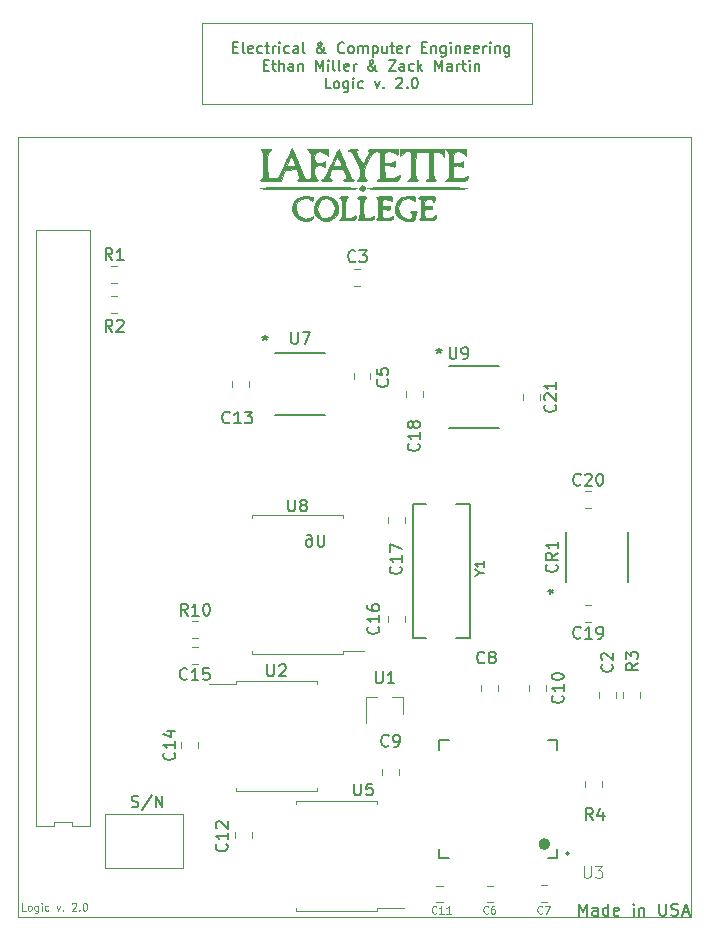
<source format=gbr>
%TF.GenerationSoftware,KiCad,Pcbnew,(5.1.6)-1*%
%TF.CreationDate,2021-04-27T14:55:35-04:00*%
%TF.ProjectId,Logic,4c6f6769-632e-46b6-9963-61645f706362,rev?*%
%TF.SameCoordinates,Original*%
%TF.FileFunction,Legend,Top*%
%TF.FilePolarity,Positive*%
%FSLAX46Y46*%
G04 Gerber Fmt 4.6, Leading zero omitted, Abs format (unit mm)*
G04 Created by KiCad (PCBNEW (5.1.6)-1) date 2021-04-27 14:55:35*
%MOMM*%
%LPD*%
G01*
G04 APERTURE LIST*
%ADD10C,0.095250*%
%ADD11C,0.150000*%
%ADD12C,0.120000*%
%ADD13C,0.127000*%
%ADD14C,0.010000*%
%ADD15C,0.200000*%
%ADD16C,0.500000*%
%ADD17C,0.152400*%
%ADD18C,0.015000*%
G04 APERTURE END LIST*
D10*
X171555833Y-114841261D02*
X171253452Y-114841261D01*
X171253452Y-114206261D01*
X171858214Y-114841261D02*
X171797738Y-114811023D01*
X171767500Y-114780785D01*
X171737261Y-114720309D01*
X171737261Y-114538880D01*
X171767500Y-114478404D01*
X171797738Y-114448166D01*
X171858214Y-114417928D01*
X171948928Y-114417928D01*
X172009404Y-114448166D01*
X172039642Y-114478404D01*
X172069880Y-114538880D01*
X172069880Y-114720309D01*
X172039642Y-114780785D01*
X172009404Y-114811023D01*
X171948928Y-114841261D01*
X171858214Y-114841261D01*
X172614166Y-114417928D02*
X172614166Y-114931976D01*
X172583928Y-114992452D01*
X172553690Y-115022690D01*
X172493214Y-115052928D01*
X172402500Y-115052928D01*
X172342023Y-115022690D01*
X172614166Y-114811023D02*
X172553690Y-114841261D01*
X172432738Y-114841261D01*
X172372261Y-114811023D01*
X172342023Y-114780785D01*
X172311785Y-114720309D01*
X172311785Y-114538880D01*
X172342023Y-114478404D01*
X172372261Y-114448166D01*
X172432738Y-114417928D01*
X172553690Y-114417928D01*
X172614166Y-114448166D01*
X172916547Y-114841261D02*
X172916547Y-114417928D01*
X172916547Y-114206261D02*
X172886309Y-114236500D01*
X172916547Y-114266738D01*
X172946785Y-114236500D01*
X172916547Y-114206261D01*
X172916547Y-114266738D01*
X173491071Y-114811023D02*
X173430595Y-114841261D01*
X173309642Y-114841261D01*
X173249166Y-114811023D01*
X173218928Y-114780785D01*
X173188690Y-114720309D01*
X173188690Y-114538880D01*
X173218928Y-114478404D01*
X173249166Y-114448166D01*
X173309642Y-114417928D01*
X173430595Y-114417928D01*
X173491071Y-114448166D01*
X174186547Y-114417928D02*
X174337738Y-114841261D01*
X174488928Y-114417928D01*
X174730833Y-114780785D02*
X174761071Y-114811023D01*
X174730833Y-114841261D01*
X174700595Y-114811023D01*
X174730833Y-114780785D01*
X174730833Y-114841261D01*
X175486785Y-114266738D02*
X175517023Y-114236500D01*
X175577500Y-114206261D01*
X175728690Y-114206261D01*
X175789166Y-114236500D01*
X175819404Y-114266738D01*
X175849642Y-114327214D01*
X175849642Y-114387690D01*
X175819404Y-114478404D01*
X175456547Y-114841261D01*
X175849642Y-114841261D01*
X176121785Y-114780785D02*
X176152023Y-114811023D01*
X176121785Y-114841261D01*
X176091547Y-114811023D01*
X176121785Y-114780785D01*
X176121785Y-114841261D01*
X176545119Y-114206261D02*
X176605595Y-114206261D01*
X176666071Y-114236500D01*
X176696309Y-114266738D01*
X176726547Y-114327214D01*
X176756785Y-114448166D01*
X176756785Y-114599357D01*
X176726547Y-114720309D01*
X176696309Y-114780785D01*
X176666071Y-114811023D01*
X176605595Y-114841261D01*
X176545119Y-114841261D01*
X176484642Y-114811023D01*
X176454404Y-114780785D01*
X176424166Y-114720309D01*
X176393928Y-114599357D01*
X176393928Y-114448166D01*
X176424166Y-114327214D01*
X176454404Y-114266738D01*
X176484642Y-114236500D01*
X176545119Y-114206261D01*
D11*
X180530666Y-106068761D02*
X180673523Y-106116380D01*
X180911619Y-106116380D01*
X181006857Y-106068761D01*
X181054476Y-106021142D01*
X181102095Y-105925904D01*
X181102095Y-105830666D01*
X181054476Y-105735428D01*
X181006857Y-105687809D01*
X180911619Y-105640190D01*
X180721142Y-105592571D01*
X180625904Y-105544952D01*
X180578285Y-105497333D01*
X180530666Y-105402095D01*
X180530666Y-105306857D01*
X180578285Y-105211619D01*
X180625904Y-105164000D01*
X180721142Y-105116380D01*
X180959238Y-105116380D01*
X181102095Y-105164000D01*
X182244952Y-105068761D02*
X181387809Y-106354476D01*
X182578285Y-106116380D02*
X182578285Y-105116380D01*
X183149714Y-106116380D01*
X183149714Y-105116380D01*
D12*
X184912000Y-106680000D02*
X178308000Y-106680000D01*
X184912000Y-111252000D02*
X184912000Y-106680000D01*
X178308000Y-111252000D02*
X184912000Y-111252000D01*
X178308000Y-106680000D02*
X178308000Y-111252000D01*
D13*
X218391619Y-115267619D02*
X218391619Y-114251619D01*
X218730285Y-114977333D01*
X219068952Y-114251619D01*
X219068952Y-115267619D01*
X219988190Y-115267619D02*
X219988190Y-114735428D01*
X219939809Y-114638666D01*
X219843047Y-114590285D01*
X219649523Y-114590285D01*
X219552761Y-114638666D01*
X219988190Y-115219238D02*
X219891428Y-115267619D01*
X219649523Y-115267619D01*
X219552761Y-115219238D01*
X219504380Y-115122476D01*
X219504380Y-115025714D01*
X219552761Y-114928952D01*
X219649523Y-114880571D01*
X219891428Y-114880571D01*
X219988190Y-114832190D01*
X220907428Y-115267619D02*
X220907428Y-114251619D01*
X220907428Y-115219238D02*
X220810666Y-115267619D01*
X220617142Y-115267619D01*
X220520380Y-115219238D01*
X220472000Y-115170857D01*
X220423619Y-115074095D01*
X220423619Y-114783809D01*
X220472000Y-114687047D01*
X220520380Y-114638666D01*
X220617142Y-114590285D01*
X220810666Y-114590285D01*
X220907428Y-114638666D01*
X221778285Y-115219238D02*
X221681523Y-115267619D01*
X221488000Y-115267619D01*
X221391238Y-115219238D01*
X221342857Y-115122476D01*
X221342857Y-114735428D01*
X221391238Y-114638666D01*
X221488000Y-114590285D01*
X221681523Y-114590285D01*
X221778285Y-114638666D01*
X221826666Y-114735428D01*
X221826666Y-114832190D01*
X221342857Y-114928952D01*
X223036190Y-115267619D02*
X223036190Y-114590285D01*
X223036190Y-114251619D02*
X222987809Y-114300000D01*
X223036190Y-114348380D01*
X223084571Y-114300000D01*
X223036190Y-114251619D01*
X223036190Y-114348380D01*
X223520000Y-114590285D02*
X223520000Y-115267619D01*
X223520000Y-114687047D02*
X223568380Y-114638666D01*
X223665142Y-114590285D01*
X223810285Y-114590285D01*
X223907047Y-114638666D01*
X223955428Y-114735428D01*
X223955428Y-115267619D01*
X225213333Y-114251619D02*
X225213333Y-115074095D01*
X225261714Y-115170857D01*
X225310095Y-115219238D01*
X225406857Y-115267619D01*
X225600380Y-115267619D01*
X225697142Y-115219238D01*
X225745523Y-115170857D01*
X225793904Y-115074095D01*
X225793904Y-114251619D01*
X226229333Y-115219238D02*
X226374476Y-115267619D01*
X226616380Y-115267619D01*
X226713142Y-115219238D01*
X226761523Y-115170857D01*
X226809904Y-115074095D01*
X226809904Y-114977333D01*
X226761523Y-114880571D01*
X226713142Y-114832190D01*
X226616380Y-114783809D01*
X226422857Y-114735428D01*
X226326095Y-114687047D01*
X226277714Y-114638666D01*
X226229333Y-114541904D01*
X226229333Y-114445142D01*
X226277714Y-114348380D01*
X226326095Y-114300000D01*
X226422857Y-114251619D01*
X226664761Y-114251619D01*
X226809904Y-114300000D01*
X227196952Y-114977333D02*
X227680761Y-114977333D01*
X227100190Y-115267619D02*
X227438857Y-114251619D01*
X227777523Y-115267619D01*
D12*
X186512200Y-39674800D02*
X214426800Y-39674800D01*
X214426800Y-46583600D02*
X214426800Y-39700200D01*
X186512200Y-46583600D02*
X214426800Y-46583600D01*
X186512200Y-39674800D02*
X186512200Y-46583600D01*
D11*
X189159228Y-41768114D02*
X189459228Y-41768114D01*
X189587800Y-42239542D02*
X189159228Y-42239542D01*
X189159228Y-41339542D01*
X189587800Y-41339542D01*
X190102085Y-42239542D02*
X190016371Y-42196685D01*
X189973514Y-42110971D01*
X189973514Y-41339542D01*
X190787800Y-42196685D02*
X190702085Y-42239542D01*
X190530657Y-42239542D01*
X190444942Y-42196685D01*
X190402085Y-42110971D01*
X190402085Y-41768114D01*
X190444942Y-41682400D01*
X190530657Y-41639542D01*
X190702085Y-41639542D01*
X190787800Y-41682400D01*
X190830657Y-41768114D01*
X190830657Y-41853828D01*
X190402085Y-41939542D01*
X191602085Y-42196685D02*
X191516371Y-42239542D01*
X191344942Y-42239542D01*
X191259228Y-42196685D01*
X191216371Y-42153828D01*
X191173514Y-42068114D01*
X191173514Y-41810971D01*
X191216371Y-41725257D01*
X191259228Y-41682400D01*
X191344942Y-41639542D01*
X191516371Y-41639542D01*
X191602085Y-41682400D01*
X191859228Y-41639542D02*
X192202085Y-41639542D01*
X191987800Y-41339542D02*
X191987800Y-42110971D01*
X192030657Y-42196685D01*
X192116371Y-42239542D01*
X192202085Y-42239542D01*
X192502085Y-42239542D02*
X192502085Y-41639542D01*
X192502085Y-41810971D02*
X192544942Y-41725257D01*
X192587800Y-41682400D01*
X192673514Y-41639542D01*
X192759228Y-41639542D01*
X193059228Y-42239542D02*
X193059228Y-41639542D01*
X193059228Y-41339542D02*
X193016371Y-41382400D01*
X193059228Y-41425257D01*
X193102085Y-41382400D01*
X193059228Y-41339542D01*
X193059228Y-41425257D01*
X193873514Y-42196685D02*
X193787800Y-42239542D01*
X193616371Y-42239542D01*
X193530657Y-42196685D01*
X193487800Y-42153828D01*
X193444942Y-42068114D01*
X193444942Y-41810971D01*
X193487800Y-41725257D01*
X193530657Y-41682400D01*
X193616371Y-41639542D01*
X193787800Y-41639542D01*
X193873514Y-41682400D01*
X194644942Y-42239542D02*
X194644942Y-41768114D01*
X194602085Y-41682400D01*
X194516371Y-41639542D01*
X194344942Y-41639542D01*
X194259228Y-41682400D01*
X194644942Y-42196685D02*
X194559228Y-42239542D01*
X194344942Y-42239542D01*
X194259228Y-42196685D01*
X194216371Y-42110971D01*
X194216371Y-42025257D01*
X194259228Y-41939542D01*
X194344942Y-41896685D01*
X194559228Y-41896685D01*
X194644942Y-41853828D01*
X195202085Y-42239542D02*
X195116371Y-42196685D01*
X195073514Y-42110971D01*
X195073514Y-41339542D01*
X196959228Y-42239542D02*
X196916371Y-42239542D01*
X196830657Y-42196685D01*
X196702085Y-42068114D01*
X196487800Y-41810971D01*
X196402085Y-41682400D01*
X196359228Y-41553828D01*
X196359228Y-41468114D01*
X196402085Y-41382400D01*
X196487800Y-41339542D01*
X196530657Y-41339542D01*
X196616371Y-41382400D01*
X196659228Y-41468114D01*
X196659228Y-41510971D01*
X196616371Y-41596685D01*
X196573514Y-41639542D01*
X196316371Y-41810971D01*
X196273514Y-41853828D01*
X196230657Y-41939542D01*
X196230657Y-42068114D01*
X196273514Y-42153828D01*
X196316371Y-42196685D01*
X196402085Y-42239542D01*
X196530657Y-42239542D01*
X196616371Y-42196685D01*
X196659228Y-42153828D01*
X196787800Y-41982400D01*
X196830657Y-41853828D01*
X196830657Y-41768114D01*
X198544942Y-42153828D02*
X198502085Y-42196685D01*
X198373514Y-42239542D01*
X198287800Y-42239542D01*
X198159228Y-42196685D01*
X198073514Y-42110971D01*
X198030657Y-42025257D01*
X197987800Y-41853828D01*
X197987800Y-41725257D01*
X198030657Y-41553828D01*
X198073514Y-41468114D01*
X198159228Y-41382400D01*
X198287800Y-41339542D01*
X198373514Y-41339542D01*
X198502085Y-41382400D01*
X198544942Y-41425257D01*
X199059228Y-42239542D02*
X198973514Y-42196685D01*
X198930657Y-42153828D01*
X198887800Y-42068114D01*
X198887800Y-41810971D01*
X198930657Y-41725257D01*
X198973514Y-41682400D01*
X199059228Y-41639542D01*
X199187800Y-41639542D01*
X199273514Y-41682400D01*
X199316371Y-41725257D01*
X199359228Y-41810971D01*
X199359228Y-42068114D01*
X199316371Y-42153828D01*
X199273514Y-42196685D01*
X199187800Y-42239542D01*
X199059228Y-42239542D01*
X199744942Y-42239542D02*
X199744942Y-41639542D01*
X199744942Y-41725257D02*
X199787800Y-41682400D01*
X199873514Y-41639542D01*
X200002085Y-41639542D01*
X200087800Y-41682400D01*
X200130657Y-41768114D01*
X200130657Y-42239542D01*
X200130657Y-41768114D02*
X200173514Y-41682400D01*
X200259228Y-41639542D01*
X200387800Y-41639542D01*
X200473514Y-41682400D01*
X200516371Y-41768114D01*
X200516371Y-42239542D01*
X200944942Y-41639542D02*
X200944942Y-42539542D01*
X200944942Y-41682400D02*
X201030657Y-41639542D01*
X201202085Y-41639542D01*
X201287800Y-41682400D01*
X201330657Y-41725257D01*
X201373514Y-41810971D01*
X201373514Y-42068114D01*
X201330657Y-42153828D01*
X201287800Y-42196685D01*
X201202085Y-42239542D01*
X201030657Y-42239542D01*
X200944942Y-42196685D01*
X202144942Y-41639542D02*
X202144942Y-42239542D01*
X201759228Y-41639542D02*
X201759228Y-42110971D01*
X201802085Y-42196685D01*
X201887800Y-42239542D01*
X202016371Y-42239542D01*
X202102085Y-42196685D01*
X202144942Y-42153828D01*
X202444942Y-41639542D02*
X202787800Y-41639542D01*
X202573514Y-41339542D02*
X202573514Y-42110971D01*
X202616371Y-42196685D01*
X202702085Y-42239542D01*
X202787800Y-42239542D01*
X203430657Y-42196685D02*
X203344942Y-42239542D01*
X203173514Y-42239542D01*
X203087800Y-42196685D01*
X203044942Y-42110971D01*
X203044942Y-41768114D01*
X203087800Y-41682400D01*
X203173514Y-41639542D01*
X203344942Y-41639542D01*
X203430657Y-41682400D01*
X203473514Y-41768114D01*
X203473514Y-41853828D01*
X203044942Y-41939542D01*
X203859228Y-42239542D02*
X203859228Y-41639542D01*
X203859228Y-41810971D02*
X203902085Y-41725257D01*
X203944942Y-41682400D01*
X204030657Y-41639542D01*
X204116371Y-41639542D01*
X205102085Y-41768114D02*
X205402085Y-41768114D01*
X205530657Y-42239542D02*
X205102085Y-42239542D01*
X205102085Y-41339542D01*
X205530657Y-41339542D01*
X205916371Y-41639542D02*
X205916371Y-42239542D01*
X205916371Y-41725257D02*
X205959228Y-41682400D01*
X206044942Y-41639542D01*
X206173514Y-41639542D01*
X206259228Y-41682400D01*
X206302085Y-41768114D01*
X206302085Y-42239542D01*
X207116371Y-41639542D02*
X207116371Y-42368114D01*
X207073514Y-42453828D01*
X207030657Y-42496685D01*
X206944942Y-42539542D01*
X206816371Y-42539542D01*
X206730657Y-42496685D01*
X207116371Y-42196685D02*
X207030657Y-42239542D01*
X206859228Y-42239542D01*
X206773514Y-42196685D01*
X206730657Y-42153828D01*
X206687800Y-42068114D01*
X206687800Y-41810971D01*
X206730657Y-41725257D01*
X206773514Y-41682400D01*
X206859228Y-41639542D01*
X207030657Y-41639542D01*
X207116371Y-41682400D01*
X207544942Y-42239542D02*
X207544942Y-41639542D01*
X207544942Y-41339542D02*
X207502085Y-41382400D01*
X207544942Y-41425257D01*
X207587800Y-41382400D01*
X207544942Y-41339542D01*
X207544942Y-41425257D01*
X207973514Y-41639542D02*
X207973514Y-42239542D01*
X207973514Y-41725257D02*
X208016371Y-41682400D01*
X208102085Y-41639542D01*
X208230657Y-41639542D01*
X208316371Y-41682400D01*
X208359228Y-41768114D01*
X208359228Y-42239542D01*
X209130657Y-42196685D02*
X209044942Y-42239542D01*
X208873514Y-42239542D01*
X208787800Y-42196685D01*
X208744942Y-42110971D01*
X208744942Y-41768114D01*
X208787800Y-41682400D01*
X208873514Y-41639542D01*
X209044942Y-41639542D01*
X209130657Y-41682400D01*
X209173514Y-41768114D01*
X209173514Y-41853828D01*
X208744942Y-41939542D01*
X209902085Y-42196685D02*
X209816371Y-42239542D01*
X209644942Y-42239542D01*
X209559228Y-42196685D01*
X209516371Y-42110971D01*
X209516371Y-41768114D01*
X209559228Y-41682400D01*
X209644942Y-41639542D01*
X209816371Y-41639542D01*
X209902085Y-41682400D01*
X209944942Y-41768114D01*
X209944942Y-41853828D01*
X209516371Y-41939542D01*
X210330657Y-42239542D02*
X210330657Y-41639542D01*
X210330657Y-41810971D02*
X210373514Y-41725257D01*
X210416371Y-41682400D01*
X210502085Y-41639542D01*
X210587800Y-41639542D01*
X210887800Y-42239542D02*
X210887800Y-41639542D01*
X210887800Y-41339542D02*
X210844942Y-41382400D01*
X210887800Y-41425257D01*
X210930657Y-41382400D01*
X210887800Y-41339542D01*
X210887800Y-41425257D01*
X211316371Y-41639542D02*
X211316371Y-42239542D01*
X211316371Y-41725257D02*
X211359228Y-41682400D01*
X211444942Y-41639542D01*
X211573514Y-41639542D01*
X211659228Y-41682400D01*
X211702085Y-41768114D01*
X211702085Y-42239542D01*
X212516371Y-41639542D02*
X212516371Y-42368114D01*
X212473514Y-42453828D01*
X212430657Y-42496685D01*
X212344942Y-42539542D01*
X212216371Y-42539542D01*
X212130657Y-42496685D01*
X212516371Y-42196685D02*
X212430657Y-42239542D01*
X212259228Y-42239542D01*
X212173514Y-42196685D01*
X212130657Y-42153828D01*
X212087800Y-42068114D01*
X212087800Y-41810971D01*
X212130657Y-41725257D01*
X212173514Y-41682400D01*
X212259228Y-41639542D01*
X212430657Y-41639542D01*
X212516371Y-41682400D01*
X191709228Y-43268114D02*
X192009228Y-43268114D01*
X192137800Y-43739542D02*
X191709228Y-43739542D01*
X191709228Y-42839542D01*
X192137800Y-42839542D01*
X192394942Y-43139542D02*
X192737800Y-43139542D01*
X192523514Y-42839542D02*
X192523514Y-43610971D01*
X192566371Y-43696685D01*
X192652085Y-43739542D01*
X192737800Y-43739542D01*
X193037800Y-43739542D02*
X193037800Y-42839542D01*
X193423514Y-43739542D02*
X193423514Y-43268114D01*
X193380657Y-43182400D01*
X193294942Y-43139542D01*
X193166371Y-43139542D01*
X193080657Y-43182400D01*
X193037800Y-43225257D01*
X194237800Y-43739542D02*
X194237800Y-43268114D01*
X194194942Y-43182400D01*
X194109228Y-43139542D01*
X193937800Y-43139542D01*
X193852085Y-43182400D01*
X194237800Y-43696685D02*
X194152085Y-43739542D01*
X193937800Y-43739542D01*
X193852085Y-43696685D01*
X193809228Y-43610971D01*
X193809228Y-43525257D01*
X193852085Y-43439542D01*
X193937800Y-43396685D01*
X194152085Y-43396685D01*
X194237800Y-43353828D01*
X194666371Y-43139542D02*
X194666371Y-43739542D01*
X194666371Y-43225257D02*
X194709228Y-43182400D01*
X194794942Y-43139542D01*
X194923514Y-43139542D01*
X195009228Y-43182400D01*
X195052085Y-43268114D01*
X195052085Y-43739542D01*
X196166371Y-43739542D02*
X196166371Y-42839542D01*
X196466371Y-43482400D01*
X196766371Y-42839542D01*
X196766371Y-43739542D01*
X197194942Y-43739542D02*
X197194942Y-43139542D01*
X197194942Y-42839542D02*
X197152085Y-42882400D01*
X197194942Y-42925257D01*
X197237800Y-42882400D01*
X197194942Y-42839542D01*
X197194942Y-42925257D01*
X197752085Y-43739542D02*
X197666371Y-43696685D01*
X197623514Y-43610971D01*
X197623514Y-42839542D01*
X198223514Y-43739542D02*
X198137800Y-43696685D01*
X198094942Y-43610971D01*
X198094942Y-42839542D01*
X198909228Y-43696685D02*
X198823514Y-43739542D01*
X198652085Y-43739542D01*
X198566371Y-43696685D01*
X198523514Y-43610971D01*
X198523514Y-43268114D01*
X198566371Y-43182400D01*
X198652085Y-43139542D01*
X198823514Y-43139542D01*
X198909228Y-43182400D01*
X198952085Y-43268114D01*
X198952085Y-43353828D01*
X198523514Y-43439542D01*
X199337800Y-43739542D02*
X199337800Y-43139542D01*
X199337800Y-43310971D02*
X199380657Y-43225257D01*
X199423514Y-43182400D01*
X199509228Y-43139542D01*
X199594942Y-43139542D01*
X201309228Y-43739542D02*
X201266371Y-43739542D01*
X201180657Y-43696685D01*
X201052085Y-43568114D01*
X200837800Y-43310971D01*
X200752085Y-43182400D01*
X200709228Y-43053828D01*
X200709228Y-42968114D01*
X200752085Y-42882400D01*
X200837800Y-42839542D01*
X200880657Y-42839542D01*
X200966371Y-42882400D01*
X201009228Y-42968114D01*
X201009228Y-43010971D01*
X200966371Y-43096685D01*
X200923514Y-43139542D01*
X200666371Y-43310971D01*
X200623514Y-43353828D01*
X200580657Y-43439542D01*
X200580657Y-43568114D01*
X200623514Y-43653828D01*
X200666371Y-43696685D01*
X200752085Y-43739542D01*
X200880657Y-43739542D01*
X200966371Y-43696685D01*
X201009228Y-43653828D01*
X201137800Y-43482400D01*
X201180657Y-43353828D01*
X201180657Y-43268114D01*
X202294942Y-42839542D02*
X202894942Y-42839542D01*
X202294942Y-43739542D01*
X202894942Y-43739542D01*
X203623514Y-43739542D02*
X203623514Y-43268114D01*
X203580657Y-43182400D01*
X203494942Y-43139542D01*
X203323514Y-43139542D01*
X203237800Y-43182400D01*
X203623514Y-43696685D02*
X203537800Y-43739542D01*
X203323514Y-43739542D01*
X203237800Y-43696685D01*
X203194942Y-43610971D01*
X203194942Y-43525257D01*
X203237800Y-43439542D01*
X203323514Y-43396685D01*
X203537800Y-43396685D01*
X203623514Y-43353828D01*
X204437800Y-43696685D02*
X204352085Y-43739542D01*
X204180657Y-43739542D01*
X204094942Y-43696685D01*
X204052085Y-43653828D01*
X204009228Y-43568114D01*
X204009228Y-43310971D01*
X204052085Y-43225257D01*
X204094942Y-43182400D01*
X204180657Y-43139542D01*
X204352085Y-43139542D01*
X204437800Y-43182400D01*
X204823514Y-43739542D02*
X204823514Y-42839542D01*
X204909228Y-43396685D02*
X205166371Y-43739542D01*
X205166371Y-43139542D02*
X204823514Y-43482400D01*
X206237800Y-43739542D02*
X206237800Y-42839542D01*
X206537800Y-43482400D01*
X206837800Y-42839542D01*
X206837800Y-43739542D01*
X207652085Y-43739542D02*
X207652085Y-43268114D01*
X207609228Y-43182400D01*
X207523514Y-43139542D01*
X207352085Y-43139542D01*
X207266371Y-43182400D01*
X207652085Y-43696685D02*
X207566371Y-43739542D01*
X207352085Y-43739542D01*
X207266371Y-43696685D01*
X207223514Y-43610971D01*
X207223514Y-43525257D01*
X207266371Y-43439542D01*
X207352085Y-43396685D01*
X207566371Y-43396685D01*
X207652085Y-43353828D01*
X208080657Y-43739542D02*
X208080657Y-43139542D01*
X208080657Y-43310971D02*
X208123514Y-43225257D01*
X208166371Y-43182400D01*
X208252085Y-43139542D01*
X208337800Y-43139542D01*
X208509228Y-43139542D02*
X208852085Y-43139542D01*
X208637800Y-42839542D02*
X208637800Y-43610971D01*
X208680657Y-43696685D01*
X208766371Y-43739542D01*
X208852085Y-43739542D01*
X209152085Y-43739542D02*
X209152085Y-43139542D01*
X209152085Y-42839542D02*
X209109228Y-42882400D01*
X209152085Y-42925257D01*
X209194942Y-42882400D01*
X209152085Y-42839542D01*
X209152085Y-42925257D01*
X209580657Y-43139542D02*
X209580657Y-43739542D01*
X209580657Y-43225257D02*
X209623514Y-43182400D01*
X209709228Y-43139542D01*
X209837800Y-43139542D01*
X209923514Y-43182400D01*
X209966371Y-43268114D01*
X209966371Y-43739542D01*
X197387800Y-45239542D02*
X196959228Y-45239542D01*
X196959228Y-44339542D01*
X197816371Y-45239542D02*
X197730657Y-45196685D01*
X197687800Y-45153828D01*
X197644942Y-45068114D01*
X197644942Y-44810971D01*
X197687800Y-44725257D01*
X197730657Y-44682400D01*
X197816371Y-44639542D01*
X197944942Y-44639542D01*
X198030657Y-44682400D01*
X198073514Y-44725257D01*
X198116371Y-44810971D01*
X198116371Y-45068114D01*
X198073514Y-45153828D01*
X198030657Y-45196685D01*
X197944942Y-45239542D01*
X197816371Y-45239542D01*
X198887800Y-44639542D02*
X198887800Y-45368114D01*
X198844942Y-45453828D01*
X198802085Y-45496685D01*
X198716371Y-45539542D01*
X198587800Y-45539542D01*
X198502085Y-45496685D01*
X198887800Y-45196685D02*
X198802085Y-45239542D01*
X198630657Y-45239542D01*
X198544942Y-45196685D01*
X198502085Y-45153828D01*
X198459228Y-45068114D01*
X198459228Y-44810971D01*
X198502085Y-44725257D01*
X198544942Y-44682400D01*
X198630657Y-44639542D01*
X198802085Y-44639542D01*
X198887800Y-44682400D01*
X199316371Y-45239542D02*
X199316371Y-44639542D01*
X199316371Y-44339542D02*
X199273514Y-44382400D01*
X199316371Y-44425257D01*
X199359228Y-44382400D01*
X199316371Y-44339542D01*
X199316371Y-44425257D01*
X200130657Y-45196685D02*
X200044942Y-45239542D01*
X199873514Y-45239542D01*
X199787800Y-45196685D01*
X199744942Y-45153828D01*
X199702085Y-45068114D01*
X199702085Y-44810971D01*
X199744942Y-44725257D01*
X199787800Y-44682400D01*
X199873514Y-44639542D01*
X200044942Y-44639542D01*
X200130657Y-44682400D01*
X201116371Y-44639542D02*
X201330657Y-45239542D01*
X201544942Y-44639542D01*
X201887800Y-45153828D02*
X201930657Y-45196685D01*
X201887800Y-45239542D01*
X201844942Y-45196685D01*
X201887800Y-45153828D01*
X201887800Y-45239542D01*
X202959228Y-44425257D02*
X203002085Y-44382400D01*
X203087800Y-44339542D01*
X203302085Y-44339542D01*
X203387800Y-44382400D01*
X203430657Y-44425257D01*
X203473514Y-44510971D01*
X203473514Y-44596685D01*
X203430657Y-44725257D01*
X202916371Y-45239542D01*
X203473514Y-45239542D01*
X203859228Y-45153828D02*
X203902085Y-45196685D01*
X203859228Y-45239542D01*
X203816371Y-45196685D01*
X203859228Y-45153828D01*
X203859228Y-45239542D01*
X204459228Y-44339542D02*
X204544942Y-44339542D01*
X204630657Y-44382400D01*
X204673514Y-44425257D01*
X204716371Y-44510971D01*
X204759228Y-44682400D01*
X204759228Y-44896685D01*
X204716371Y-45068114D01*
X204673514Y-45153828D01*
X204630657Y-45196685D01*
X204544942Y-45239542D01*
X204459228Y-45239542D01*
X204373514Y-45196685D01*
X204330657Y-45153828D01*
X204287800Y-45068114D01*
X204244942Y-44896685D01*
X204244942Y-44682400D01*
X204287800Y-44510971D01*
X204330657Y-44425257D01*
X204373514Y-44382400D01*
X204459228Y-44339542D01*
D14*
%TO.C,G\u002A\u002A\u002A*%
G36*
X208872666Y-50961636D02*
G01*
X208664848Y-50753818D01*
X208419956Y-50598203D01*
X208138149Y-50544957D01*
X207891553Y-50607291D01*
X207885514Y-50611046D01*
X207823768Y-50725852D01*
X207775797Y-50948809D01*
X207760897Y-51096583D01*
X207734433Y-51519667D01*
X208039019Y-51545316D01*
X208335128Y-51518812D01*
X208481135Y-51433435D01*
X208571444Y-51358506D01*
X208610096Y-51397883D01*
X208618638Y-51577858D01*
X208618666Y-51601264D01*
X208609726Y-51797825D01*
X208564496Y-51859169D01*
X208455362Y-51819192D01*
X208445421Y-51813906D01*
X208280788Y-51764895D01*
X208072321Y-51748061D01*
X207879525Y-51761411D01*
X207761901Y-51802954D01*
X207750833Y-51837167D01*
X207762583Y-51951289D01*
X207770269Y-52177221D01*
X207772000Y-52366333D01*
X207772000Y-52832000D01*
X208218827Y-52832000D01*
X208554588Y-52803364D01*
X208808708Y-52726751D01*
X208853827Y-52700199D01*
X208991940Y-52613636D01*
X209033416Y-52634756D01*
X208991085Y-52784040D01*
X208959428Y-52868821D01*
X208916899Y-52964721D01*
X208855001Y-53027192D01*
X208741097Y-53063397D01*
X208542551Y-53080497D01*
X208226725Y-53085657D01*
X207969797Y-53086000D01*
X207062736Y-53086000D01*
X207248035Y-52913368D01*
X207327168Y-52826762D01*
X207379970Y-52719828D01*
X207411699Y-52559027D01*
X207427612Y-52310818D01*
X207432967Y-51941662D01*
X207433333Y-51731333D01*
X207430968Y-51298054D01*
X207420368Y-51000541D01*
X207396276Y-50805256D01*
X207353433Y-50678657D01*
X207286582Y-50587205D01*
X207248035Y-50549298D01*
X207062736Y-50376667D01*
X208872666Y-50376667D01*
X208872666Y-50961636D01*
G37*
X208872666Y-50961636D02*
X208664848Y-50753818D01*
X208419956Y-50598203D01*
X208138149Y-50544957D01*
X207891553Y-50607291D01*
X207885514Y-50611046D01*
X207823768Y-50725852D01*
X207775797Y-50948809D01*
X207760897Y-51096583D01*
X207734433Y-51519667D01*
X208039019Y-51545316D01*
X208335128Y-51518812D01*
X208481135Y-51433435D01*
X208571444Y-51358506D01*
X208610096Y-51397883D01*
X208618638Y-51577858D01*
X208618666Y-51601264D01*
X208609726Y-51797825D01*
X208564496Y-51859169D01*
X208455362Y-51819192D01*
X208445421Y-51813906D01*
X208280788Y-51764895D01*
X208072321Y-51748061D01*
X207879525Y-51761411D01*
X207761901Y-51802954D01*
X207750833Y-51837167D01*
X207762583Y-51951289D01*
X207770269Y-52177221D01*
X207772000Y-52366333D01*
X207772000Y-52832000D01*
X208218827Y-52832000D01*
X208554588Y-52803364D01*
X208808708Y-52726751D01*
X208853827Y-52700199D01*
X208991940Y-52613636D01*
X209033416Y-52634756D01*
X208991085Y-52784040D01*
X208959428Y-52868821D01*
X208916899Y-52964721D01*
X208855001Y-53027192D01*
X208741097Y-53063397D01*
X208542551Y-53080497D01*
X208226725Y-53085657D01*
X207969797Y-53086000D01*
X207062736Y-53086000D01*
X207248035Y-52913368D01*
X207327168Y-52826762D01*
X207379970Y-52719828D01*
X207411699Y-52559027D01*
X207427612Y-52310818D01*
X207432967Y-51941662D01*
X207433333Y-51731333D01*
X207430968Y-51298054D01*
X207420368Y-51000541D01*
X207396276Y-50805256D01*
X207353433Y-50678657D01*
X207286582Y-50587205D01*
X207248035Y-50549298D01*
X207062736Y-50376667D01*
X208872666Y-50376667D01*
X208872666Y-50961636D01*
G36*
X207010000Y-51001263D02*
G01*
X206837368Y-50815965D01*
X206578234Y-50658510D01*
X206371701Y-50630667D01*
X206078666Y-50630667D01*
X206078666Y-51733990D01*
X206081960Y-52199950D01*
X206093738Y-52522454D01*
X206116841Y-52727283D01*
X206154112Y-52840221D01*
X206205666Y-52886049D01*
X206330697Y-52962127D01*
X206301220Y-53025913D01*
X206132008Y-53069273D01*
X205845833Y-53084117D01*
X205575569Y-53080700D01*
X205450219Y-53064818D01*
X205445364Y-53023952D01*
X205536585Y-52945584D01*
X205552169Y-52933572D01*
X205631030Y-52864773D01*
X205684016Y-52781175D01*
X205715333Y-52651799D01*
X205729188Y-52445666D01*
X205729789Y-52131796D01*
X205721503Y-51686622D01*
X205697666Y-50588333D01*
X204597000Y-50588333D01*
X204573363Y-51711876D01*
X204566356Y-52178234D01*
X204569915Y-52501840D01*
X204586421Y-52709080D01*
X204618254Y-52826338D01*
X204667793Y-52879997D01*
X204679197Y-52885101D01*
X204805585Y-52961801D01*
X204777059Y-53026311D01*
X204607989Y-53070433D01*
X204327035Y-53086000D01*
X203845403Y-53086000D01*
X204030701Y-52913368D01*
X204111482Y-52824457D01*
X204164742Y-52714315D01*
X204196127Y-52548331D01*
X204211281Y-52291898D01*
X204215849Y-51910407D01*
X204216000Y-51777293D01*
X204211653Y-51379261D01*
X204199865Y-51035882D01*
X204182514Y-50787270D01*
X204164608Y-50679925D01*
X204044884Y-50567665D01*
X203847410Y-50559458D01*
X203623439Y-50649670D01*
X203492484Y-50753818D01*
X203284666Y-50961636D01*
X203284666Y-50376667D01*
X207010000Y-50376667D01*
X207010000Y-51001263D01*
G37*
X207010000Y-51001263D02*
X206837368Y-50815965D01*
X206578234Y-50658510D01*
X206371701Y-50630667D01*
X206078666Y-50630667D01*
X206078666Y-51733990D01*
X206081960Y-52199950D01*
X206093738Y-52522454D01*
X206116841Y-52727283D01*
X206154112Y-52840221D01*
X206205666Y-52886049D01*
X206330697Y-52962127D01*
X206301220Y-53025913D01*
X206132008Y-53069273D01*
X205845833Y-53084117D01*
X205575569Y-53080700D01*
X205450219Y-53064818D01*
X205445364Y-53023952D01*
X205536585Y-52945584D01*
X205552169Y-52933572D01*
X205631030Y-52864773D01*
X205684016Y-52781175D01*
X205715333Y-52651799D01*
X205729188Y-52445666D01*
X205729789Y-52131796D01*
X205721503Y-51686622D01*
X205697666Y-50588333D01*
X204597000Y-50588333D01*
X204573363Y-51711876D01*
X204566356Y-52178234D01*
X204569915Y-52501840D01*
X204586421Y-52709080D01*
X204618254Y-52826338D01*
X204667793Y-52879997D01*
X204679197Y-52885101D01*
X204805585Y-52961801D01*
X204777059Y-53026311D01*
X204607989Y-53070433D01*
X204327035Y-53086000D01*
X203845403Y-53086000D01*
X204030701Y-52913368D01*
X204111482Y-52824457D01*
X204164742Y-52714315D01*
X204196127Y-52548331D01*
X204211281Y-52291898D01*
X204215849Y-51910407D01*
X204216000Y-51777293D01*
X204211653Y-51379261D01*
X204199865Y-51035882D01*
X204182514Y-50787270D01*
X204164608Y-50679925D01*
X204044884Y-50567665D01*
X203847410Y-50559458D01*
X203623439Y-50649670D01*
X203492484Y-50753818D01*
X203284666Y-50961636D01*
X203284666Y-50376667D01*
X207010000Y-50376667D01*
X207010000Y-51001263D01*
G36*
X203115333Y-50630667D02*
G01*
X203085905Y-50820666D01*
X203016108Y-50883407D01*
X202933676Y-50800461D01*
X202917174Y-50762338D01*
X202801854Y-50662099D01*
X202584012Y-50589726D01*
X202329927Y-50559639D01*
X202106694Y-50585997D01*
X202002511Y-50644037D01*
X201949167Y-50763119D01*
X201930969Y-50989071D01*
X201930000Y-51102039D01*
X201930000Y-51562000D01*
X202207494Y-51562000D01*
X202465767Y-51521272D01*
X202673161Y-51430199D01*
X202798078Y-51353201D01*
X202850148Y-51382212D01*
X202861231Y-51545904D01*
X202861333Y-51599532D01*
X202833662Y-51815627D01*
X202762636Y-51902172D01*
X202666240Y-51840776D01*
X202649666Y-51816000D01*
X202538793Y-51762155D01*
X202327783Y-51733024D01*
X202259629Y-51731333D01*
X201921919Y-51731333D01*
X201972333Y-52789667D01*
X202388962Y-52816063D01*
X202701265Y-52811400D01*
X202932784Y-52736384D01*
X203059133Y-52655008D01*
X203220061Y-52541945D01*
X203275349Y-52529760D01*
X203252413Y-52614596D01*
X203246731Y-52628611D01*
X203168401Y-52841967D01*
X203138186Y-52937833D01*
X203100639Y-53003106D01*
X203012960Y-53045943D01*
X202845335Y-53070773D01*
X202567951Y-53082021D01*
X202152958Y-53084117D01*
X201745758Y-53082142D01*
X201484839Y-53075077D01*
X201347147Y-53058293D01*
X201309631Y-53027159D01*
X201349239Y-52977044D01*
X201403503Y-52933572D01*
X201482364Y-52864773D01*
X201535349Y-52781175D01*
X201566666Y-52651799D01*
X201580521Y-52445666D01*
X201581122Y-52131796D01*
X201572836Y-51686622D01*
X201561959Y-51238222D01*
X201548656Y-50931305D01*
X201527515Y-50738046D01*
X201493125Y-50630622D01*
X201440074Y-50581209D01*
X201362951Y-50561982D01*
X201353839Y-50560667D01*
X201197868Y-50562644D01*
X201056037Y-50632575D01*
X200904241Y-50793702D01*
X200718377Y-51069270D01*
X200570831Y-51315709D01*
X200390002Y-51646468D01*
X200287843Y-51904227D01*
X200243845Y-52153234D01*
X200236666Y-52362596D01*
X200252436Y-52668907D01*
X200304314Y-52836688D01*
X200363666Y-52886049D01*
X200488873Y-52962027D01*
X200459861Y-53025385D01*
X200291689Y-53067942D01*
X200003833Y-53081559D01*
X199735492Y-53076279D01*
X199612356Y-53059354D01*
X199610299Y-53019601D01*
X199705194Y-52945841D01*
X199707500Y-52944232D01*
X199827485Y-52825323D01*
X199884404Y-52650655D01*
X199898000Y-52385761D01*
X199880929Y-52138582D01*
X199818570Y-51893627D01*
X199694204Y-51601760D01*
X199512565Y-51253088D01*
X199334240Y-50947291D01*
X199172587Y-50708057D01*
X199051095Y-50568404D01*
X199009562Y-50546000D01*
X198867304Y-50492565D01*
X198839666Y-50461333D01*
X198883931Y-50411576D01*
X199078511Y-50383904D01*
X199279169Y-50379359D01*
X199546966Y-50385941D01*
X199670191Y-50407080D01*
X199673473Y-50450589D01*
X199628701Y-50490236D01*
X199561472Y-50559377D01*
X199551967Y-50650862D01*
X199609437Y-50802907D01*
X199743134Y-51053728D01*
X199781770Y-51122543D01*
X199930551Y-51379800D01*
X200045929Y-51566761D01*
X200104770Y-51646083D01*
X200106487Y-51646667D01*
X200159624Y-51578996D01*
X200270118Y-51401943D01*
X200407966Y-51164478D01*
X200555563Y-50883729D01*
X200618315Y-50700918D01*
X200607717Y-50574727D01*
X200584664Y-50529478D01*
X200557549Y-50471645D01*
X200575276Y-50430578D01*
X200660607Y-50403421D01*
X200836304Y-50387317D01*
X201125132Y-50379409D01*
X201549851Y-50376841D01*
X201802282Y-50376667D01*
X203115333Y-50376667D01*
X203115333Y-50630667D01*
G37*
X203115333Y-50630667D02*
X203085905Y-50820666D01*
X203016108Y-50883407D01*
X202933676Y-50800461D01*
X202917174Y-50762338D01*
X202801854Y-50662099D01*
X202584012Y-50589726D01*
X202329927Y-50559639D01*
X202106694Y-50585997D01*
X202002511Y-50644037D01*
X201949167Y-50763119D01*
X201930969Y-50989071D01*
X201930000Y-51102039D01*
X201930000Y-51562000D01*
X202207494Y-51562000D01*
X202465767Y-51521272D01*
X202673161Y-51430199D01*
X202798078Y-51353201D01*
X202850148Y-51382212D01*
X202861231Y-51545904D01*
X202861333Y-51599532D01*
X202833662Y-51815627D01*
X202762636Y-51902172D01*
X202666240Y-51840776D01*
X202649666Y-51816000D01*
X202538793Y-51762155D01*
X202327783Y-51733024D01*
X202259629Y-51731333D01*
X201921919Y-51731333D01*
X201972333Y-52789667D01*
X202388962Y-52816063D01*
X202701265Y-52811400D01*
X202932784Y-52736384D01*
X203059133Y-52655008D01*
X203220061Y-52541945D01*
X203275349Y-52529760D01*
X203252413Y-52614596D01*
X203246731Y-52628611D01*
X203168401Y-52841967D01*
X203138186Y-52937833D01*
X203100639Y-53003106D01*
X203012960Y-53045943D01*
X202845335Y-53070773D01*
X202567951Y-53082021D01*
X202152958Y-53084117D01*
X201745758Y-53082142D01*
X201484839Y-53075077D01*
X201347147Y-53058293D01*
X201309631Y-53027159D01*
X201349239Y-52977044D01*
X201403503Y-52933572D01*
X201482364Y-52864773D01*
X201535349Y-52781175D01*
X201566666Y-52651799D01*
X201580521Y-52445666D01*
X201581122Y-52131796D01*
X201572836Y-51686622D01*
X201561959Y-51238222D01*
X201548656Y-50931305D01*
X201527515Y-50738046D01*
X201493125Y-50630622D01*
X201440074Y-50581209D01*
X201362951Y-50561982D01*
X201353839Y-50560667D01*
X201197868Y-50562644D01*
X201056037Y-50632575D01*
X200904241Y-50793702D01*
X200718377Y-51069270D01*
X200570831Y-51315709D01*
X200390002Y-51646468D01*
X200287843Y-51904227D01*
X200243845Y-52153234D01*
X200236666Y-52362596D01*
X200252436Y-52668907D01*
X200304314Y-52836688D01*
X200363666Y-52886049D01*
X200488873Y-52962027D01*
X200459861Y-53025385D01*
X200291689Y-53067942D01*
X200003833Y-53081559D01*
X199735492Y-53076279D01*
X199612356Y-53059354D01*
X199610299Y-53019601D01*
X199705194Y-52945841D01*
X199707500Y-52944232D01*
X199827485Y-52825323D01*
X199884404Y-52650655D01*
X199898000Y-52385761D01*
X199880929Y-52138582D01*
X199818570Y-51893627D01*
X199694204Y-51601760D01*
X199512565Y-51253088D01*
X199334240Y-50947291D01*
X199172587Y-50708057D01*
X199051095Y-50568404D01*
X199009562Y-50546000D01*
X198867304Y-50492565D01*
X198839666Y-50461333D01*
X198883931Y-50411576D01*
X199078511Y-50383904D01*
X199279169Y-50379359D01*
X199546966Y-50385941D01*
X199670191Y-50407080D01*
X199673473Y-50450589D01*
X199628701Y-50490236D01*
X199561472Y-50559377D01*
X199551967Y-50650862D01*
X199609437Y-50802907D01*
X199743134Y-51053728D01*
X199781770Y-51122543D01*
X199930551Y-51379800D01*
X200045929Y-51566761D01*
X200104770Y-51646083D01*
X200106487Y-51646667D01*
X200159624Y-51578996D01*
X200270118Y-51401943D01*
X200407966Y-51164478D01*
X200555563Y-50883729D01*
X200618315Y-50700918D01*
X200607717Y-50574727D01*
X200584664Y-50529478D01*
X200557549Y-50471645D01*
X200575276Y-50430578D01*
X200660607Y-50403421D01*
X200836304Y-50387317D01*
X201125132Y-50379409D01*
X201549851Y-50376841D01*
X201802282Y-50376667D01*
X203115333Y-50376667D01*
X203115333Y-50630667D01*
G36*
X198104481Y-50377258D02*
G01*
X198127219Y-50419000D01*
X198181806Y-50556925D01*
X198284287Y-50819033D01*
X198421505Y-51171564D01*
X198580304Y-51580758D01*
X198634610Y-51720947D01*
X198836078Y-52222440D01*
X198995680Y-52575332D01*
X199120312Y-52793183D01*
X199216868Y-52889553D01*
X199231580Y-52894989D01*
X199378983Y-52957236D01*
X199374690Y-53016949D01*
X199236135Y-53063291D01*
X198980750Y-53085423D01*
X198924333Y-53086000D01*
X198669318Y-53072081D01*
X198500176Y-53036177D01*
X198458666Y-53001333D01*
X198527243Y-52926219D01*
X198585666Y-52916667D01*
X198675813Y-52903285D01*
X198703452Y-52839262D01*
X198667732Y-52688780D01*
X198574164Y-52432664D01*
X198435661Y-52070000D01*
X197461052Y-52070000D01*
X197323312Y-52414247D01*
X197236524Y-52695626D01*
X197254852Y-52857712D01*
X197380815Y-52915924D01*
X197405330Y-52916667D01*
X197514757Y-52964005D01*
X197527333Y-53001333D01*
X197450781Y-53047700D01*
X197253308Y-53078453D01*
X197061666Y-53086000D01*
X196806631Y-53073703D01*
X196637490Y-53041981D01*
X196596000Y-53011208D01*
X196665742Y-52929780D01*
X196745443Y-52897336D01*
X196855292Y-52798629D01*
X197003152Y-52563852D01*
X197173886Y-52217713D01*
X197205381Y-52146628D01*
X197365710Y-51780686D01*
X197612000Y-51780686D01*
X197687201Y-51802811D01*
X197875037Y-51815106D01*
X197950666Y-51816000D01*
X198190573Y-51791478D01*
X198282621Y-51721055D01*
X198283054Y-51710167D01*
X198246165Y-51571755D01*
X198161222Y-51351649D01*
X198123596Y-51265667D01*
X197970418Y-50927000D01*
X197791209Y-51336186D01*
X197690565Y-51572122D01*
X197625547Y-51736318D01*
X197612000Y-51780686D01*
X197365710Y-51780686D01*
X197466325Y-51551040D01*
X197669251Y-51095683D01*
X197822471Y-50764981D01*
X197934294Y-50543361D01*
X198013030Y-50415250D01*
X198066989Y-50365073D01*
X198104481Y-50377258D01*
G37*
X198104481Y-50377258D02*
X198127219Y-50419000D01*
X198181806Y-50556925D01*
X198284287Y-50819033D01*
X198421505Y-51171564D01*
X198580304Y-51580758D01*
X198634610Y-51720947D01*
X198836078Y-52222440D01*
X198995680Y-52575332D01*
X199120312Y-52793183D01*
X199216868Y-52889553D01*
X199231580Y-52894989D01*
X199378983Y-52957236D01*
X199374690Y-53016949D01*
X199236135Y-53063291D01*
X198980750Y-53085423D01*
X198924333Y-53086000D01*
X198669318Y-53072081D01*
X198500176Y-53036177D01*
X198458666Y-53001333D01*
X198527243Y-52926219D01*
X198585666Y-52916667D01*
X198675813Y-52903285D01*
X198703452Y-52839262D01*
X198667732Y-52688780D01*
X198574164Y-52432664D01*
X198435661Y-52070000D01*
X197461052Y-52070000D01*
X197323312Y-52414247D01*
X197236524Y-52695626D01*
X197254852Y-52857712D01*
X197380815Y-52915924D01*
X197405330Y-52916667D01*
X197514757Y-52964005D01*
X197527333Y-53001333D01*
X197450781Y-53047700D01*
X197253308Y-53078453D01*
X197061666Y-53086000D01*
X196806631Y-53073703D01*
X196637490Y-53041981D01*
X196596000Y-53011208D01*
X196665742Y-52929780D01*
X196745443Y-52897336D01*
X196855292Y-52798629D01*
X197003152Y-52563852D01*
X197173886Y-52217713D01*
X197205381Y-52146628D01*
X197365710Y-51780686D01*
X197612000Y-51780686D01*
X197687201Y-51802811D01*
X197875037Y-51815106D01*
X197950666Y-51816000D01*
X198190573Y-51791478D01*
X198282621Y-51721055D01*
X198283054Y-51710167D01*
X198246165Y-51571755D01*
X198161222Y-51351649D01*
X198123596Y-51265667D01*
X197970418Y-50927000D01*
X197791209Y-51336186D01*
X197690565Y-51572122D01*
X197625547Y-51736318D01*
X197612000Y-51780686D01*
X197365710Y-51780686D01*
X197466325Y-51551040D01*
X197669251Y-51095683D01*
X197822471Y-50764981D01*
X197934294Y-50543361D01*
X198013030Y-50415250D01*
X198066989Y-50365073D01*
X198104481Y-50377258D01*
G36*
X194607871Y-51465944D02*
G01*
X194773482Y-51896558D01*
X194925805Y-52276060D01*
X195051942Y-52573532D01*
X195138998Y-52758058D01*
X195163451Y-52797842D01*
X195324948Y-52896470D01*
X195519452Y-52906114D01*
X195670127Y-52828945D01*
X195697941Y-52782742D01*
X195718569Y-52647498D01*
X195735246Y-52383048D01*
X195746096Y-52029504D01*
X195749333Y-51685373D01*
X195746707Y-51262915D01*
X195735067Y-50975148D01*
X195708767Y-50787464D01*
X195662163Y-50665254D01*
X195589609Y-50573909D01*
X195564035Y-50549298D01*
X195378736Y-50376666D01*
X196283701Y-50376666D01*
X197188666Y-50376667D01*
X197188666Y-50961636D01*
X196980848Y-50753818D01*
X196700195Y-50578297D01*
X196475827Y-50546000D01*
X196213320Y-50600719D01*
X196061584Y-50771854D01*
X196013381Y-51069870D01*
X196019602Y-51205751D01*
X196051134Y-51414110D01*
X196134547Y-51508138D01*
X196323773Y-51542823D01*
X196352635Y-51545316D01*
X196650709Y-51518961D01*
X196797135Y-51433435D01*
X196887444Y-51358506D01*
X196926096Y-51397883D01*
X196934638Y-51577858D01*
X196934666Y-51601264D01*
X196925726Y-51797825D01*
X196880496Y-51859169D01*
X196771362Y-51819192D01*
X196761421Y-51813906D01*
X196552622Y-51755142D01*
X196316921Y-51747427D01*
X196129609Y-51786379D01*
X196046230Y-51891435D01*
X196017981Y-52064312D01*
X196012571Y-52389087D01*
X196053260Y-52667498D01*
X196130038Y-52857066D01*
X196218836Y-52916667D01*
X196329023Y-52963619D01*
X196342000Y-53001333D01*
X196261261Y-53040088D01*
X196034344Y-53068281D01*
X195684195Y-53083728D01*
X195453000Y-53086000D01*
X195088071Y-53079119D01*
X194795737Y-53060510D01*
X194610968Y-53033227D01*
X194564000Y-53008389D01*
X194630548Y-52913115D01*
X194664151Y-52897394D01*
X194715512Y-52833235D01*
X194704074Y-52672928D01*
X194652104Y-52463278D01*
X194539906Y-52062545D01*
X193505666Y-52112333D01*
X193338047Y-52599167D01*
X193170427Y-53086000D01*
X192300880Y-53086000D01*
X191940302Y-53079152D01*
X191652707Y-53060657D01*
X191473457Y-53033591D01*
X191431333Y-53010392D01*
X191498712Y-52917835D01*
X191558333Y-52886049D01*
X191611565Y-52837183D01*
X191648081Y-52721464D01*
X191670681Y-52513228D01*
X191682164Y-52186814D01*
X191685333Y-51722158D01*
X191682593Y-51257849D01*
X191672034Y-50933765D01*
X191650151Y-50720849D01*
X191613436Y-50590047D01*
X191558383Y-50512304D01*
X191537166Y-50494526D01*
X191476045Y-50432573D01*
X191515927Y-50398292D01*
X191681794Y-50383819D01*
X191897000Y-50381242D01*
X192174751Y-50383056D01*
X192307706Y-50397329D01*
X192320398Y-50435591D01*
X192237361Y-50509371D01*
X192211743Y-50529159D01*
X192131529Y-50599400D01*
X192078188Y-50684864D01*
X192047254Y-50817318D01*
X192034263Y-51028527D01*
X192034749Y-51350257D01*
X192042410Y-51733776D01*
X192066333Y-52789667D01*
X192958397Y-52840955D01*
X193201403Y-52307311D01*
X193351005Y-51980475D01*
X193426728Y-51816000D01*
X193643458Y-51816000D01*
X194019062Y-51816000D01*
X194244509Y-51810509D01*
X194378524Y-51796637D01*
X194394666Y-51788749D01*
X194366585Y-51665662D01*
X194297575Y-51465133D01*
X194210492Y-51244561D01*
X194128188Y-51061344D01*
X194073517Y-50972882D01*
X194069207Y-50971329D01*
X194007343Y-51043293D01*
X193907044Y-51226410D01*
X193828562Y-51394662D01*
X193643458Y-51816000D01*
X193426728Y-51816000D01*
X193539162Y-51571790D01*
X193732873Y-51152880D01*
X193797657Y-51013269D01*
X194150906Y-50252871D01*
X194607871Y-51465944D01*
G37*
X194607871Y-51465944D02*
X194773482Y-51896558D01*
X194925805Y-52276060D01*
X195051942Y-52573532D01*
X195138998Y-52758058D01*
X195163451Y-52797842D01*
X195324948Y-52896470D01*
X195519452Y-52906114D01*
X195670127Y-52828945D01*
X195697941Y-52782742D01*
X195718569Y-52647498D01*
X195735246Y-52383048D01*
X195746096Y-52029504D01*
X195749333Y-51685373D01*
X195746707Y-51262915D01*
X195735067Y-50975148D01*
X195708767Y-50787464D01*
X195662163Y-50665254D01*
X195589609Y-50573909D01*
X195564035Y-50549298D01*
X195378736Y-50376666D01*
X196283701Y-50376666D01*
X197188666Y-50376667D01*
X197188666Y-50961636D01*
X196980848Y-50753818D01*
X196700195Y-50578297D01*
X196475827Y-50546000D01*
X196213320Y-50600719D01*
X196061584Y-50771854D01*
X196013381Y-51069870D01*
X196019602Y-51205751D01*
X196051134Y-51414110D01*
X196134547Y-51508138D01*
X196323773Y-51542823D01*
X196352635Y-51545316D01*
X196650709Y-51518961D01*
X196797135Y-51433435D01*
X196887444Y-51358506D01*
X196926096Y-51397883D01*
X196934638Y-51577858D01*
X196934666Y-51601264D01*
X196925726Y-51797825D01*
X196880496Y-51859169D01*
X196771362Y-51819192D01*
X196761421Y-51813906D01*
X196552622Y-51755142D01*
X196316921Y-51747427D01*
X196129609Y-51786379D01*
X196046230Y-51891435D01*
X196017981Y-52064312D01*
X196012571Y-52389087D01*
X196053260Y-52667498D01*
X196130038Y-52857066D01*
X196218836Y-52916667D01*
X196329023Y-52963619D01*
X196342000Y-53001333D01*
X196261261Y-53040088D01*
X196034344Y-53068281D01*
X195684195Y-53083728D01*
X195453000Y-53086000D01*
X195088071Y-53079119D01*
X194795737Y-53060510D01*
X194610968Y-53033227D01*
X194564000Y-53008389D01*
X194630548Y-52913115D01*
X194664151Y-52897394D01*
X194715512Y-52833235D01*
X194704074Y-52672928D01*
X194652104Y-52463278D01*
X194539906Y-52062545D01*
X193505666Y-52112333D01*
X193338047Y-52599167D01*
X193170427Y-53086000D01*
X192300880Y-53086000D01*
X191940302Y-53079152D01*
X191652707Y-53060657D01*
X191473457Y-53033591D01*
X191431333Y-53010392D01*
X191498712Y-52917835D01*
X191558333Y-52886049D01*
X191611565Y-52837183D01*
X191648081Y-52721464D01*
X191670681Y-52513228D01*
X191682164Y-52186814D01*
X191685333Y-51722158D01*
X191682593Y-51257849D01*
X191672034Y-50933765D01*
X191650151Y-50720849D01*
X191613436Y-50590047D01*
X191558383Y-50512304D01*
X191537166Y-50494526D01*
X191476045Y-50432573D01*
X191515927Y-50398292D01*
X191681794Y-50383819D01*
X191897000Y-50381242D01*
X192174751Y-50383056D01*
X192307706Y-50397329D01*
X192320398Y-50435591D01*
X192237361Y-50509371D01*
X192211743Y-50529159D01*
X192131529Y-50599400D01*
X192078188Y-50684864D01*
X192047254Y-50817318D01*
X192034263Y-51028527D01*
X192034749Y-51350257D01*
X192042410Y-51733776D01*
X192066333Y-52789667D01*
X192958397Y-52840955D01*
X193201403Y-52307311D01*
X193351005Y-51980475D01*
X193426728Y-51816000D01*
X193643458Y-51816000D01*
X194019062Y-51816000D01*
X194244509Y-51810509D01*
X194378524Y-51796637D01*
X194394666Y-51788749D01*
X194366585Y-51665662D01*
X194297575Y-51465133D01*
X194210492Y-51244561D01*
X194128188Y-51061344D01*
X194073517Y-50972882D01*
X194069207Y-50971329D01*
X194007343Y-51043293D01*
X193907044Y-51226410D01*
X193828562Y-51394662D01*
X193643458Y-51816000D01*
X193426728Y-51816000D01*
X193539162Y-51571790D01*
X193732873Y-51152880D01*
X193797657Y-51013269D01*
X194150906Y-50252871D01*
X194607871Y-51465944D01*
G36*
X205780298Y-53595650D02*
G01*
X206715977Y-53600585D01*
X207487680Y-53608786D01*
X208094385Y-53620231D01*
X208535069Y-53634901D01*
X208808709Y-53652775D01*
X208914284Y-53673832D01*
X208915000Y-53678667D01*
X208821034Y-53697874D01*
X208577556Y-53714695D01*
X208204368Y-53729130D01*
X207721276Y-53741179D01*
X207148082Y-53750841D01*
X206504590Y-53758118D01*
X205810605Y-53763009D01*
X205085929Y-53765514D01*
X204350367Y-53765632D01*
X203623723Y-53763365D01*
X202925800Y-53758711D01*
X202276402Y-53751672D01*
X201695333Y-53742246D01*
X201202396Y-53730434D01*
X200817396Y-53716237D01*
X200560136Y-53699653D01*
X200450420Y-53680683D01*
X200448333Y-53678667D01*
X200518410Y-53656942D01*
X200756768Y-53638397D01*
X201162385Y-53623051D01*
X201734238Y-53610925D01*
X202471304Y-53602040D01*
X203372561Y-53596416D01*
X204436987Y-53594073D01*
X204681666Y-53594000D01*
X205780298Y-53595650D01*
G37*
X205780298Y-53595650D02*
X206715977Y-53600585D01*
X207487680Y-53608786D01*
X208094385Y-53620231D01*
X208535069Y-53634901D01*
X208808709Y-53652775D01*
X208914284Y-53673832D01*
X208915000Y-53678667D01*
X208821034Y-53697874D01*
X208577556Y-53714695D01*
X208204368Y-53729130D01*
X207721276Y-53741179D01*
X207148082Y-53750841D01*
X206504590Y-53758118D01*
X205810605Y-53763009D01*
X205085929Y-53765514D01*
X204350367Y-53765632D01*
X203623723Y-53763365D01*
X202925800Y-53758711D01*
X202276402Y-53751672D01*
X201695333Y-53742246D01*
X201202396Y-53730434D01*
X200817396Y-53716237D01*
X200560136Y-53699653D01*
X200450420Y-53680683D01*
X200448333Y-53678667D01*
X200518410Y-53656942D01*
X200756768Y-53638397D01*
X201162385Y-53623051D01*
X201734238Y-53610925D01*
X202471304Y-53602040D01*
X203372561Y-53596416D01*
X204436987Y-53594073D01*
X204681666Y-53594000D01*
X205780298Y-53595650D01*
G36*
X196553963Y-53595716D02*
G01*
X197465395Y-53600826D01*
X198221848Y-53609274D01*
X198820539Y-53621003D01*
X199258683Y-53635956D01*
X199533495Y-53654076D01*
X199642193Y-53675307D01*
X199644000Y-53678667D01*
X199562641Y-53697991D01*
X199331765Y-53714903D01*
X198971170Y-53729405D01*
X198500653Y-53741496D01*
X197940015Y-53751175D01*
X197309052Y-53758443D01*
X196627564Y-53763300D01*
X195915349Y-53765746D01*
X195192205Y-53765780D01*
X194477931Y-53763404D01*
X193792325Y-53758616D01*
X193155185Y-53751417D01*
X192586311Y-53741807D01*
X192105500Y-53729786D01*
X191732551Y-53715354D01*
X191487263Y-53698510D01*
X191389433Y-53679255D01*
X191389000Y-53678667D01*
X191458850Y-53656638D01*
X191696933Y-53637884D01*
X192102178Y-53622428D01*
X192673515Y-53610291D01*
X193409874Y-53601495D01*
X194310186Y-53596064D01*
X195373380Y-53594017D01*
X195490336Y-53594000D01*
X196553963Y-53595716D01*
G37*
X196553963Y-53595716D02*
X197465395Y-53600826D01*
X198221848Y-53609274D01*
X198820539Y-53621003D01*
X199258683Y-53635956D01*
X199533495Y-53654076D01*
X199642193Y-53675307D01*
X199644000Y-53678667D01*
X199562641Y-53697991D01*
X199331765Y-53714903D01*
X198971170Y-53729405D01*
X198500653Y-53741496D01*
X197940015Y-53751175D01*
X197309052Y-53758443D01*
X196627564Y-53763300D01*
X195915349Y-53765746D01*
X195192205Y-53765780D01*
X194477931Y-53763404D01*
X193792325Y-53758616D01*
X193155185Y-53751417D01*
X192586311Y-53741807D01*
X192105500Y-53729786D01*
X191732551Y-53715354D01*
X191487263Y-53698510D01*
X191389433Y-53679255D01*
X191389000Y-53678667D01*
X191458850Y-53656638D01*
X191696933Y-53637884D01*
X192102178Y-53622428D01*
X192673515Y-53610291D01*
X193409874Y-53601495D01*
X194310186Y-53596064D01*
X195373380Y-53594017D01*
X195490336Y-53594000D01*
X196553963Y-53595716D01*
G36*
X200143345Y-53468087D02*
G01*
X200208226Y-53529274D01*
X200300228Y-53659901D01*
X200257728Y-53779437D01*
X200240193Y-53801417D01*
X200122127Y-53909885D01*
X200067333Y-53932667D01*
X199966714Y-53875091D01*
X199894473Y-53801417D01*
X199832460Y-53676736D01*
X199903557Y-53552814D01*
X199926439Y-53529274D01*
X200045467Y-53434352D01*
X200143345Y-53468087D01*
G37*
X200143345Y-53468087D02*
X200208226Y-53529274D01*
X200300228Y-53659901D01*
X200257728Y-53779437D01*
X200240193Y-53801417D01*
X200122127Y-53909885D01*
X200067333Y-53932667D01*
X199966714Y-53875091D01*
X199894473Y-53801417D01*
X199832460Y-53676736D01*
X199903557Y-53552814D01*
X199926439Y-53529274D01*
X200045467Y-53434352D01*
X200143345Y-53468087D01*
G36*
X205869127Y-54357760D02*
G01*
X206078960Y-54369700D01*
X206184654Y-54401806D01*
X206218804Y-54464065D01*
X206214008Y-54566464D01*
X206213866Y-54567802D01*
X206179246Y-54731823D01*
X206129491Y-54841104D01*
X206088803Y-54855623D01*
X206078666Y-54791349D01*
X206008231Y-54690374D01*
X205861456Y-54607892D01*
X205595271Y-54571253D01*
X205405811Y-54674944D01*
X205319305Y-54901990D01*
X205316666Y-54960538D01*
X205327378Y-55125575D01*
X205391708Y-55193525D01*
X205557948Y-55196845D01*
X205655333Y-55188155D01*
X205873709Y-55178534D01*
X205971326Y-55218511D01*
X205993996Y-55327230D01*
X205994000Y-55329667D01*
X205972168Y-55439658D01*
X205876133Y-55480598D01*
X205660081Y-55471628D01*
X205655333Y-55471178D01*
X205438952Y-55458852D01*
X205342403Y-55498890D01*
X205317429Y-55623162D01*
X205316666Y-55694849D01*
X205333256Y-55926009D01*
X205368058Y-56084742D01*
X205487467Y-56185973D01*
X205701127Y-56216066D01*
X205949916Y-56175642D01*
X206159401Y-56076424D01*
X206298938Y-55984919D01*
X206333728Y-55995091D01*
X206305240Y-56083349D01*
X206256124Y-56249284D01*
X206248000Y-56310258D01*
X206169746Y-56344658D01*
X205960520Y-56370636D01*
X205658621Y-56384307D01*
X205507166Y-56385425D01*
X205148814Y-56378818D01*
X204945209Y-56360625D01*
X204882027Y-56328700D01*
X204914500Y-56296551D01*
X204985340Y-56229989D01*
X205029800Y-56107797D01*
X205053527Y-55896102D01*
X205062163Y-55561031D01*
X205062666Y-55407469D01*
X205057056Y-55014285D01*
X205037319Y-54760938D01*
X204999099Y-54618212D01*
X204938038Y-54556893D01*
X204935666Y-54555951D01*
X204807946Y-54481429D01*
X204840278Y-54421593D01*
X205023781Y-54379466D01*
X205349574Y-54358074D01*
X205522557Y-54356000D01*
X205869127Y-54357760D01*
G37*
X205869127Y-54357760D02*
X206078960Y-54369700D01*
X206184654Y-54401806D01*
X206218804Y-54464065D01*
X206214008Y-54566464D01*
X206213866Y-54567802D01*
X206179246Y-54731823D01*
X206129491Y-54841104D01*
X206088803Y-54855623D01*
X206078666Y-54791349D01*
X206008231Y-54690374D01*
X205861456Y-54607892D01*
X205595271Y-54571253D01*
X205405811Y-54674944D01*
X205319305Y-54901990D01*
X205316666Y-54960538D01*
X205327378Y-55125575D01*
X205391708Y-55193525D01*
X205557948Y-55196845D01*
X205655333Y-55188155D01*
X205873709Y-55178534D01*
X205971326Y-55218511D01*
X205993996Y-55327230D01*
X205994000Y-55329667D01*
X205972168Y-55439658D01*
X205876133Y-55480598D01*
X205660081Y-55471628D01*
X205655333Y-55471178D01*
X205438952Y-55458852D01*
X205342403Y-55498890D01*
X205317429Y-55623162D01*
X205316666Y-55694849D01*
X205333256Y-55926009D01*
X205368058Y-56084742D01*
X205487467Y-56185973D01*
X205701127Y-56216066D01*
X205949916Y-56175642D01*
X206159401Y-56076424D01*
X206298938Y-55984919D01*
X206333728Y-55995091D01*
X206305240Y-56083349D01*
X206256124Y-56249284D01*
X206248000Y-56310258D01*
X206169746Y-56344658D01*
X205960520Y-56370636D01*
X205658621Y-56384307D01*
X205507166Y-56385425D01*
X205148814Y-56378818D01*
X204945209Y-56360625D01*
X204882027Y-56328700D01*
X204914500Y-56296551D01*
X204985340Y-56229989D01*
X205029800Y-56107797D01*
X205053527Y-55896102D01*
X205062163Y-55561031D01*
X205062666Y-55407469D01*
X205057056Y-55014285D01*
X205037319Y-54760938D01*
X204999099Y-54618212D01*
X204938038Y-54556893D01*
X204935666Y-54555951D01*
X204807946Y-54481429D01*
X204840278Y-54421593D01*
X205023781Y-54379466D01*
X205349574Y-54358074D01*
X205522557Y-54356000D01*
X205869127Y-54357760D01*
G36*
X202265929Y-54358255D02*
G01*
X202467077Y-54372220D01*
X202567992Y-54408690D01*
X202603223Y-54478462D01*
X202607333Y-54567667D01*
X202602636Y-54718031D01*
X202559592Y-54765595D01*
X202434764Y-54721847D01*
X202291711Y-54651139D01*
X202023353Y-54563002D01*
X201849507Y-54615000D01*
X201767948Y-54808287D01*
X201760666Y-54926540D01*
X201760666Y-55224962D01*
X202099333Y-55179538D01*
X202315862Y-55159805D01*
X202412996Y-55192764D01*
X202437641Y-55299207D01*
X202438000Y-55329667D01*
X202421876Y-55452533D01*
X202342234Y-55497938D01*
X202152167Y-55486675D01*
X202099333Y-55479795D01*
X201760666Y-55434371D01*
X201760666Y-55826519D01*
X201766885Y-56065052D01*
X201806964Y-56179670D01*
X201913036Y-56215782D01*
X202038161Y-56218667D01*
X202296433Y-56177939D01*
X202503827Y-56086866D01*
X202647308Y-56016031D01*
X202689161Y-56078542D01*
X202640608Y-56254075D01*
X202582739Y-56321144D01*
X202450708Y-56361785D01*
X202212383Y-56381387D01*
X201857441Y-56385425D01*
X201502155Y-56378774D01*
X201301504Y-56360433D01*
X201241053Y-56328205D01*
X201273833Y-56296551D01*
X201343140Y-56231990D01*
X201387268Y-56113736D01*
X201411483Y-55908759D01*
X201421057Y-55584033D01*
X201422000Y-55367793D01*
X201413912Y-54975842D01*
X201391296Y-54692648D01*
X201356616Y-54542759D01*
X201337333Y-54525333D01*
X201255126Y-54460904D01*
X201252666Y-54440667D01*
X201331882Y-54398737D01*
X201548152Y-54369273D01*
X201869407Y-54356282D01*
X201930000Y-54356000D01*
X202265929Y-54358255D01*
G37*
X202265929Y-54358255D02*
X202467077Y-54372220D01*
X202567992Y-54408690D01*
X202603223Y-54478462D01*
X202607333Y-54567667D01*
X202602636Y-54718031D01*
X202559592Y-54765595D01*
X202434764Y-54721847D01*
X202291711Y-54651139D01*
X202023353Y-54563002D01*
X201849507Y-54615000D01*
X201767948Y-54808287D01*
X201760666Y-54926540D01*
X201760666Y-55224962D01*
X202099333Y-55179538D01*
X202315862Y-55159805D01*
X202412996Y-55192764D01*
X202437641Y-55299207D01*
X202438000Y-55329667D01*
X202421876Y-55452533D01*
X202342234Y-55497938D01*
X202152167Y-55486675D01*
X202099333Y-55479795D01*
X201760666Y-55434371D01*
X201760666Y-55826519D01*
X201766885Y-56065052D01*
X201806964Y-56179670D01*
X201913036Y-56215782D01*
X202038161Y-56218667D01*
X202296433Y-56177939D01*
X202503827Y-56086866D01*
X202647308Y-56016031D01*
X202689161Y-56078542D01*
X202640608Y-56254075D01*
X202582739Y-56321144D01*
X202450708Y-56361785D01*
X202212383Y-56381387D01*
X201857441Y-56385425D01*
X201502155Y-56378774D01*
X201301504Y-56360433D01*
X201241053Y-56328205D01*
X201273833Y-56296551D01*
X201343140Y-56231990D01*
X201387268Y-56113736D01*
X201411483Y-55908759D01*
X201421057Y-55584033D01*
X201422000Y-55367793D01*
X201413912Y-54975842D01*
X201391296Y-54692648D01*
X201356616Y-54542759D01*
X201337333Y-54525333D01*
X201255126Y-54460904D01*
X201252666Y-54440667D01*
X201331882Y-54398737D01*
X201548152Y-54369273D01*
X201869407Y-54356282D01*
X201930000Y-54356000D01*
X202265929Y-54358255D01*
G36*
X200273582Y-54376704D02*
G01*
X200396946Y-54430039D01*
X200378673Y-54502833D01*
X200275803Y-54557177D01*
X200213648Y-54610499D01*
X200177540Y-54732667D01*
X200163500Y-54955061D01*
X200167548Y-55309058D01*
X200169970Y-55391736D01*
X200194333Y-56176333D01*
X200432639Y-56203652D01*
X200684943Y-56177245D01*
X200877139Y-56095867D01*
X201031775Y-56021078D01*
X201080267Y-56075141D01*
X201031941Y-56254075D01*
X200971734Y-56322981D01*
X200834344Y-56363841D01*
X200586913Y-56382476D01*
X200291108Y-56385307D01*
X199956273Y-56380526D01*
X199766788Y-56366034D01*
X199698730Y-56336741D01*
X199728177Y-56287559D01*
X199749833Y-56270140D01*
X199824653Y-56133499D01*
X199876883Y-55884587D01*
X199905957Y-55569235D01*
X199911310Y-55233273D01*
X199892374Y-54922535D01*
X199848584Y-54682850D01*
X199779375Y-54560051D01*
X199771000Y-54555951D01*
X199648238Y-54478068D01*
X199677881Y-54410309D01*
X199843032Y-54365977D01*
X200025000Y-54356000D01*
X200273582Y-54376704D01*
G37*
X200273582Y-54376704D02*
X200396946Y-54430039D01*
X200378673Y-54502833D01*
X200275803Y-54557177D01*
X200213648Y-54610499D01*
X200177540Y-54732667D01*
X200163500Y-54955061D01*
X200167548Y-55309058D01*
X200169970Y-55391736D01*
X200194333Y-56176333D01*
X200432639Y-56203652D01*
X200684943Y-56177245D01*
X200877139Y-56095867D01*
X201031775Y-56021078D01*
X201080267Y-56075141D01*
X201031941Y-56254075D01*
X200971734Y-56322981D01*
X200834344Y-56363841D01*
X200586913Y-56382476D01*
X200291108Y-56385307D01*
X199956273Y-56380526D01*
X199766788Y-56366034D01*
X199698730Y-56336741D01*
X199728177Y-56287559D01*
X199749833Y-56270140D01*
X199824653Y-56133499D01*
X199876883Y-55884587D01*
X199905957Y-55569235D01*
X199911310Y-55233273D01*
X199892374Y-54922535D01*
X199848584Y-54682850D01*
X199779375Y-54560051D01*
X199771000Y-54555951D01*
X199648238Y-54478068D01*
X199677881Y-54410309D01*
X199843032Y-54365977D01*
X200025000Y-54356000D01*
X200273582Y-54376704D01*
G36*
X198728219Y-54372816D02*
G01*
X198864517Y-54415364D01*
X198882000Y-54440667D01*
X198813423Y-54515781D01*
X198755000Y-54525333D01*
X198695777Y-54553311D01*
X198657755Y-54655814D01*
X198636755Y-54860693D01*
X198628601Y-55195801D01*
X198628000Y-55372000D01*
X198628000Y-56218667D01*
X198863161Y-56218667D01*
X199116607Y-56168651D01*
X199291969Y-56083031D01*
X199461988Y-55986599D01*
X199528672Y-56019916D01*
X199506401Y-56191005D01*
X199503767Y-56201197D01*
X199465953Y-56294845D01*
X199388259Y-56350631D01*
X199233449Y-56378238D01*
X198964289Y-56387351D01*
X198785506Y-56388000D01*
X198116096Y-56388000D01*
X198254063Y-56177436D01*
X198317058Y-55998820D01*
X198355081Y-55725031D01*
X198368968Y-55402287D01*
X198359555Y-55076803D01*
X198327680Y-54794799D01*
X198274177Y-54602490D01*
X198224545Y-54546070D01*
X198114969Y-54478809D01*
X198151169Y-54414358D01*
X198310091Y-54368568D01*
X198501000Y-54356000D01*
X198728219Y-54372816D01*
G37*
X198728219Y-54372816D02*
X198864517Y-54415364D01*
X198882000Y-54440667D01*
X198813423Y-54515781D01*
X198755000Y-54525333D01*
X198695777Y-54553311D01*
X198657755Y-54655814D01*
X198636755Y-54860693D01*
X198628601Y-55195801D01*
X198628000Y-55372000D01*
X198628000Y-56218667D01*
X198863161Y-56218667D01*
X199116607Y-56168651D01*
X199291969Y-56083031D01*
X199461988Y-55986599D01*
X199528672Y-56019916D01*
X199506401Y-56191005D01*
X199503767Y-56201197D01*
X199465953Y-56294845D01*
X199388259Y-56350631D01*
X199233449Y-56378238D01*
X198964289Y-56387351D01*
X198785506Y-56388000D01*
X198116096Y-56388000D01*
X198254063Y-56177436D01*
X198317058Y-55998820D01*
X198355081Y-55725031D01*
X198368968Y-55402287D01*
X198359555Y-55076803D01*
X198327680Y-54794799D01*
X198274177Y-54602490D01*
X198224545Y-54546070D01*
X198114969Y-54478809D01*
X198151169Y-54414358D01*
X198310091Y-54368568D01*
X198501000Y-54356000D01*
X198728219Y-54372816D01*
G36*
X204444522Y-54361142D02*
G01*
X204528546Y-54399061D01*
X204553182Y-54480664D01*
X204554666Y-54558112D01*
X204535063Y-54738032D01*
X204461961Y-54760708D01*
X204330904Y-54652333D01*
X204162318Y-54565172D01*
X203924928Y-54525556D01*
X203907106Y-54525333D01*
X203588681Y-54600015D01*
X203336627Y-54797383D01*
X203170399Y-55077419D01*
X203109448Y-55400105D01*
X203173228Y-55725424D01*
X203253398Y-55870105D01*
X203446980Y-56053470D01*
X203711082Y-56196353D01*
X203977588Y-56268789D01*
X204137548Y-56259027D01*
X204242190Y-56166592D01*
X204299312Y-56013472D01*
X204297467Y-55867325D01*
X204225210Y-55795805D01*
X204216000Y-55795333D01*
X204133793Y-55730904D01*
X204131333Y-55710667D01*
X204205762Y-55654704D01*
X204388776Y-55626731D01*
X204427666Y-55626000D01*
X204623534Y-55647265D01*
X204721440Y-55699555D01*
X204724000Y-55710667D01*
X204659570Y-55792873D01*
X204639333Y-55795333D01*
X204582556Y-55869567D01*
X204555127Y-56051266D01*
X204554666Y-56081083D01*
X204534297Y-56282051D01*
X204440508Y-56378198D01*
X204290083Y-56419750D01*
X203996082Y-56463784D01*
X203764745Y-56446464D01*
X203506083Y-56356853D01*
X203405243Y-56312214D01*
X203072496Y-56080648D01*
X202870747Y-55767883D01*
X202805935Y-55406883D01*
X202884000Y-55030616D01*
X203109953Y-54673084D01*
X203252833Y-54529983D01*
X203398010Y-54445188D01*
X203599257Y-54399407D01*
X203910344Y-54373347D01*
X203952081Y-54370940D01*
X204264553Y-54355554D01*
X204444522Y-54361142D01*
G37*
X204444522Y-54361142D02*
X204528546Y-54399061D01*
X204553182Y-54480664D01*
X204554666Y-54558112D01*
X204535063Y-54738032D01*
X204461961Y-54760708D01*
X204330904Y-54652333D01*
X204162318Y-54565172D01*
X203924928Y-54525556D01*
X203907106Y-54525333D01*
X203588681Y-54600015D01*
X203336627Y-54797383D01*
X203170399Y-55077419D01*
X203109448Y-55400105D01*
X203173228Y-55725424D01*
X203253398Y-55870105D01*
X203446980Y-56053470D01*
X203711082Y-56196353D01*
X203977588Y-56268789D01*
X204137548Y-56259027D01*
X204242190Y-56166592D01*
X204299312Y-56013472D01*
X204297467Y-55867325D01*
X204225210Y-55795805D01*
X204216000Y-55795333D01*
X204133793Y-55730904D01*
X204131333Y-55710667D01*
X204205762Y-55654704D01*
X204388776Y-55626731D01*
X204427666Y-55626000D01*
X204623534Y-55647265D01*
X204721440Y-55699555D01*
X204724000Y-55710667D01*
X204659570Y-55792873D01*
X204639333Y-55795333D01*
X204582556Y-55869567D01*
X204555127Y-56051266D01*
X204554666Y-56081083D01*
X204534297Y-56282051D01*
X204440508Y-56378198D01*
X204290083Y-56419750D01*
X203996082Y-56463784D01*
X203764745Y-56446464D01*
X203506083Y-56356853D01*
X203405243Y-56312214D01*
X203072496Y-56080648D01*
X202870747Y-55767883D01*
X202805935Y-55406883D01*
X202884000Y-55030616D01*
X203109953Y-54673084D01*
X203252833Y-54529983D01*
X203398010Y-54445188D01*
X203599257Y-54399407D01*
X203910344Y-54373347D01*
X203952081Y-54370940D01*
X204264553Y-54355554D01*
X204444522Y-54361142D01*
G36*
X197397650Y-54407987D02*
G01*
X197694809Y-54574763D01*
X197908816Y-54864935D01*
X198033089Y-55270770D01*
X198001755Y-55669166D01*
X197825877Y-56025179D01*
X197516522Y-56303865D01*
X197439395Y-56347358D01*
X197102479Y-56459974D01*
X196771375Y-56427420D01*
X196514287Y-56316742D01*
X196190686Y-56059780D01*
X196002812Y-55729709D01*
X195973951Y-55506649D01*
X196266228Y-55506649D01*
X196382551Y-55876555D01*
X196505096Y-56068349D01*
X196655324Y-56168291D01*
X196891678Y-56206860D01*
X197025741Y-56211982D01*
X197328294Y-56159157D01*
X197506298Y-56028167D01*
X197708665Y-55698012D01*
X197750325Y-55320439D01*
X197698237Y-55080425D01*
X197525428Y-54766917D01*
X197276872Y-54576591D01*
X196988883Y-54518202D01*
X196697778Y-54600509D01*
X196476526Y-54785829D01*
X196295278Y-55124471D01*
X196266228Y-55506649D01*
X195973951Y-55506649D01*
X195955009Y-55360252D01*
X196051623Y-54985132D01*
X196296997Y-54638070D01*
X196297877Y-54637189D01*
X196504111Y-54458399D01*
X196702655Y-54376284D01*
X196979485Y-54356017D01*
X196992027Y-54356000D01*
X197397650Y-54407987D01*
G37*
X197397650Y-54407987D02*
X197694809Y-54574763D01*
X197908816Y-54864935D01*
X198033089Y-55270770D01*
X198001755Y-55669166D01*
X197825877Y-56025179D01*
X197516522Y-56303865D01*
X197439395Y-56347358D01*
X197102479Y-56459974D01*
X196771375Y-56427420D01*
X196514287Y-56316742D01*
X196190686Y-56059780D01*
X196002812Y-55729709D01*
X195973951Y-55506649D01*
X196266228Y-55506649D01*
X196382551Y-55876555D01*
X196505096Y-56068349D01*
X196655324Y-56168291D01*
X196891678Y-56206860D01*
X197025741Y-56211982D01*
X197328294Y-56159157D01*
X197506298Y-56028167D01*
X197708665Y-55698012D01*
X197750325Y-55320439D01*
X197698237Y-55080425D01*
X197525428Y-54766917D01*
X197276872Y-54576591D01*
X196988883Y-54518202D01*
X196697778Y-54600509D01*
X196476526Y-54785829D01*
X196295278Y-55124471D01*
X196266228Y-55506649D01*
X195973951Y-55506649D01*
X195955009Y-55360252D01*
X196051623Y-54985132D01*
X196296997Y-54638070D01*
X196297877Y-54637189D01*
X196504111Y-54458399D01*
X196702655Y-54376284D01*
X196979485Y-54356017D01*
X196992027Y-54356000D01*
X197397650Y-54407987D01*
G36*
X195723116Y-54390405D02*
G01*
X195872991Y-54461800D01*
X195890232Y-54488691D01*
X195898480Y-54647788D01*
X195814540Y-54724820D01*
X195690703Y-54680500D01*
X195667644Y-54655921D01*
X195479975Y-54550098D01*
X195206054Y-54535861D01*
X194902188Y-54613416D01*
X194817046Y-54652826D01*
X194573705Y-54861215D01*
X194448354Y-55144331D01*
X194435609Y-55460912D01*
X194530091Y-55769696D01*
X194726418Y-56029420D01*
X195018647Y-56198639D01*
X195265466Y-56259669D01*
X195455109Y-56240288D01*
X195603155Y-56177472D01*
X195798873Y-56082158D01*
X195879139Y-56064721D01*
X195881270Y-56129999D01*
X195860579Y-56210839D01*
X195740184Y-56366170D01*
X195506367Y-56451954D01*
X195202509Y-56462572D01*
X194871990Y-56392403D01*
X194768485Y-56352320D01*
X194430461Y-56124147D01*
X194213318Y-55802728D01*
X194140666Y-55441044D01*
X194206759Y-55024861D01*
X194392681Y-54688776D01*
X194645895Y-54484433D01*
X194883994Y-54403632D01*
X195177185Y-54361145D01*
X195474037Y-54356794D01*
X195723116Y-54390405D01*
G37*
X195723116Y-54390405D02*
X195872991Y-54461800D01*
X195890232Y-54488691D01*
X195898480Y-54647788D01*
X195814540Y-54724820D01*
X195690703Y-54680500D01*
X195667644Y-54655921D01*
X195479975Y-54550098D01*
X195206054Y-54535861D01*
X194902188Y-54613416D01*
X194817046Y-54652826D01*
X194573705Y-54861215D01*
X194448354Y-55144331D01*
X194435609Y-55460912D01*
X194530091Y-55769696D01*
X194726418Y-56029420D01*
X195018647Y-56198639D01*
X195265466Y-56259669D01*
X195455109Y-56240288D01*
X195603155Y-56177472D01*
X195798873Y-56082158D01*
X195879139Y-56064721D01*
X195881270Y-56129999D01*
X195860579Y-56210839D01*
X195740184Y-56366170D01*
X195506367Y-56451954D01*
X195202509Y-56462572D01*
X194871990Y-56392403D01*
X194768485Y-56352320D01*
X194430461Y-56124147D01*
X194213318Y-55802728D01*
X194140666Y-55441044D01*
X194206759Y-55024861D01*
X194392681Y-54688776D01*
X194645895Y-54484433D01*
X194883994Y-54403632D01*
X195177185Y-54361145D01*
X195474037Y-54356794D01*
X195723116Y-54390405D01*
D12*
%TO.C,U6*%
X175515133Y-107668800D02*
X177035799Y-107668800D01*
X170884800Y-115378800D02*
X170884800Y-49378800D01*
X227884800Y-49378800D02*
X227884800Y-115378800D01*
X170884800Y-49378800D02*
X227884800Y-49378800D01*
X172473801Y-57208800D02*
X172473800Y-107668800D01*
X172473800Y-107668800D02*
X173994467Y-107668800D01*
X173994467Y-107668800D02*
X173994467Y-107308800D01*
X227884800Y-115378800D02*
X170884800Y-115378800D01*
X173994467Y-107308800D02*
X175515133Y-107308800D01*
X175515133Y-107308800D02*
X175515133Y-107668800D01*
X177035800Y-57208800D02*
X172473801Y-57208800D01*
X177035799Y-107668800D02*
X177035800Y-57208800D01*
D15*
%TO.C,U3*%
X215782000Y-110410000D02*
X216582000Y-110410000D01*
X216582000Y-110410000D02*
X216582000Y-109610000D01*
X216582000Y-101210000D02*
X216582000Y-100410000D01*
X216582000Y-100410000D02*
X215782000Y-100410000D01*
X207382000Y-100410000D02*
X206582000Y-100410000D01*
X206582000Y-100410000D02*
X206582000Y-101210000D01*
X206582000Y-109610000D02*
X206582000Y-110410000D01*
X206582000Y-110410000D02*
X207382000Y-110410000D01*
X217532000Y-110010000D02*
G75*
G03*
X217532000Y-110010000I-100000J0D01*
G01*
D16*
X215732000Y-109210000D02*
G75*
G03*
X215732000Y-109210000I-250000J0D01*
G01*
D17*
%TO.C,U7*%
X192697100Y-72859900D02*
X196938900Y-72859900D01*
X196938900Y-67602100D02*
X192697100Y-67602100D01*
D12*
%TO.C,C2*%
X220117600Y-96360348D02*
X220117600Y-96882852D01*
X221537600Y-96360348D02*
X221537600Y-96882852D01*
%TO.C,C3*%
X199905252Y-60504000D02*
X199382748Y-60504000D01*
X199905252Y-61924000D02*
X199382748Y-61924000D01*
%TO.C,C5*%
X199340400Y-69334748D02*
X199340400Y-69857252D01*
X200760400Y-69334748D02*
X200760400Y-69857252D01*
%TO.C,C6*%
X211132052Y-112726400D02*
X210609548Y-112726400D01*
X211132052Y-114146400D02*
X210609548Y-114146400D01*
%TO.C,C7*%
X215206948Y-114121000D02*
X215729452Y-114121000D01*
X215206948Y-112701000D02*
X215729452Y-112701000D01*
%TO.C,C8*%
X210110000Y-95750748D02*
X210110000Y-96273252D01*
X211530000Y-95750748D02*
X211530000Y-96273252D01*
%TO.C,C9*%
X203148000Y-103385252D02*
X203148000Y-102862748D01*
X201728000Y-103385252D02*
X201728000Y-102862748D01*
%TO.C,C10*%
X214174000Y-96273252D02*
X214174000Y-95750748D01*
X215594000Y-96273252D02*
X215594000Y-95750748D01*
%TO.C,C11*%
X206342348Y-112726400D02*
X206864852Y-112726400D01*
X206342348Y-114146400D02*
X206864852Y-114146400D01*
%TO.C,C12*%
X190702000Y-108196748D02*
X190702000Y-108719252D01*
X189282000Y-108196748D02*
X189282000Y-108719252D01*
%TO.C,C13*%
X190448000Y-69969748D02*
X190448000Y-70492252D01*
X189028000Y-69969748D02*
X189028000Y-70492252D01*
%TO.C,C14*%
X184710000Y-101099252D02*
X184710000Y-100576748D01*
X186130000Y-101099252D02*
X186130000Y-100576748D01*
%TO.C,C15*%
X186138452Y-93928000D02*
X185615948Y-93928000D01*
X186138452Y-92508000D02*
X185615948Y-92508000D01*
%TO.C,C16*%
X202236000Y-89908748D02*
X202236000Y-90431252D01*
X203656000Y-89908748D02*
X203656000Y-90431252D01*
%TO.C,C17*%
X203656000Y-81526748D02*
X203656000Y-82049252D01*
X202236000Y-81526748D02*
X202236000Y-82049252D01*
%TO.C,C18*%
X203760000Y-70858748D02*
X203760000Y-71381252D01*
X205180000Y-70858748D02*
X205180000Y-71381252D01*
%TO.C,C19*%
X219463252Y-90422800D02*
X218940748Y-90422800D01*
X219463252Y-89002800D02*
X218940748Y-89002800D01*
%TO.C,C20*%
X218940748Y-79350800D02*
X219463252Y-79350800D01*
X218940748Y-80770800D02*
X219463252Y-80770800D01*
D17*
%TO.C,CR1*%
X222592900Y-87020400D02*
X222592900Y-82753200D01*
X217335100Y-82753200D02*
X217335100Y-87020400D01*
D12*
%TO.C,U2*%
X189366000Y-95681000D02*
X187086000Y-95681000D01*
X189366000Y-95391000D02*
X189366000Y-95681000D01*
X192786000Y-95391000D02*
X189366000Y-95391000D01*
X196206000Y-95391000D02*
X196206000Y-95681000D01*
X192786000Y-95391000D02*
X196206000Y-95391000D01*
X189366000Y-104761000D02*
X189366000Y-104471000D01*
X192786000Y-104761000D02*
X189366000Y-104761000D01*
X196206000Y-104761000D02*
X196206000Y-104471000D01*
X192786000Y-104761000D02*
X196206000Y-104761000D01*
%TO.C,U5*%
X197866000Y-105551000D02*
X194446000Y-105551000D01*
X194446000Y-105551000D02*
X194446000Y-105841000D01*
X197866000Y-105551000D02*
X201286000Y-105551000D01*
X201286000Y-105551000D02*
X201286000Y-105841000D01*
X197866000Y-114921000D02*
X194446000Y-114921000D01*
X194446000Y-114921000D02*
X194446000Y-114631000D01*
X197866000Y-114921000D02*
X201286000Y-114921000D01*
X201286000Y-114921000D02*
X201286000Y-114631000D01*
X201286000Y-114631000D02*
X203566000Y-114631000D01*
%TO.C,U8*%
X194564000Y-81364000D02*
X190704000Y-81364000D01*
X190704000Y-81364000D02*
X190704000Y-81609000D01*
X194564000Y-81364000D02*
X198424000Y-81364000D01*
X198424000Y-81364000D02*
X198424000Y-81609000D01*
X194564000Y-93134000D02*
X190704000Y-93134000D01*
X190704000Y-93134000D02*
X190704000Y-92889000D01*
X194564000Y-93134000D02*
X198424000Y-93134000D01*
X198424000Y-93134000D02*
X198424000Y-92889000D01*
X198424000Y-92889000D02*
X200239000Y-92889000D01*
D17*
%TO.C,U9*%
X207429100Y-74002900D02*
X211670900Y-74002900D01*
X211670900Y-68745100D02*
X207429100Y-68745100D01*
D13*
%TO.C,Y1*%
X205502000Y-91806000D02*
X204356000Y-91806000D01*
X204356000Y-91806000D02*
X204356000Y-80406000D01*
X204356000Y-80406000D02*
X205502000Y-80406000D01*
X208010000Y-80406000D02*
X209156000Y-80406000D01*
X209156000Y-80406000D02*
X209156000Y-91806000D01*
X209156000Y-91806000D02*
X208010000Y-91806000D01*
D12*
%TO.C,R1*%
X178808748Y-61670000D02*
X179331252Y-61670000D01*
X178808748Y-60250000D02*
X179331252Y-60250000D01*
%TO.C,R2*%
X178808748Y-62790000D02*
X179331252Y-62790000D01*
X178808748Y-64210000D02*
X179331252Y-64210000D01*
%TO.C,R3*%
X223569600Y-96882852D02*
X223569600Y-96360348D01*
X222149600Y-96882852D02*
X222149600Y-96360348D01*
%TO.C,R4*%
X220369200Y-104392252D02*
X220369200Y-103869748D01*
X218949200Y-104392252D02*
X218949200Y-103869748D01*
%TO.C,R10*%
X185657748Y-90349000D02*
X186180252Y-90349000D01*
X185657748Y-91769000D02*
X186180252Y-91769000D01*
%TO.C,U1*%
X203510000Y-96776000D02*
X202580000Y-96776000D01*
X200350000Y-96776000D02*
X201280000Y-96776000D01*
X200350000Y-96776000D02*
X200350000Y-98936000D01*
X203510000Y-96776000D02*
X203510000Y-98236000D01*
%TO.C,C21*%
X213666000Y-71112748D02*
X213666000Y-71635252D01*
X215086000Y-71112748D02*
X215086000Y-71635252D01*
%TO.C,U6*%
D11*
X196849904Y-83026380D02*
X196849904Y-83835904D01*
X196802285Y-83931142D01*
X196754666Y-83978761D01*
X196659428Y-84026380D01*
X196468952Y-84026380D01*
X196373714Y-83978761D01*
X196326095Y-83931142D01*
X196278476Y-83835904D01*
X196278476Y-83026380D01*
X195373714Y-83026380D02*
X195564190Y-83026380D01*
X195659428Y-83074000D01*
X195707047Y-83121619D01*
X195802285Y-83264476D01*
X195849904Y-83454952D01*
X195849904Y-83835904D01*
X195802285Y-83931142D01*
X195754666Y-83978761D01*
X195659428Y-84026380D01*
X195468952Y-84026380D01*
X195373714Y-83978761D01*
X195326095Y-83931142D01*
X195278476Y-83835904D01*
X195278476Y-83597809D01*
X195326095Y-83502571D01*
X195373714Y-83454952D01*
X195468952Y-83407333D01*
X195659428Y-83407333D01*
X195754666Y-83454952D01*
X195802285Y-83502571D01*
X195849904Y-83597809D01*
%TO.C,U3*%
D18*
X218820327Y-111059428D02*
X218820327Y-111869768D01*
X218867994Y-111965102D01*
X218915661Y-112012769D01*
X219010995Y-112060436D01*
X219201663Y-112060436D01*
X219296997Y-112012769D01*
X219344664Y-111965102D01*
X219392331Y-111869768D01*
X219392331Y-111059428D01*
X219773668Y-111059428D02*
X220393339Y-111059428D01*
X220059670Y-111440765D01*
X220202671Y-111440765D01*
X220298005Y-111488432D01*
X220345672Y-111536099D01*
X220393339Y-111631433D01*
X220393339Y-111869768D01*
X220345672Y-111965102D01*
X220298005Y-112012769D01*
X220202671Y-112060436D01*
X219916669Y-112060436D01*
X219821335Y-112012769D01*
X219773668Y-111965102D01*
%TO.C,U7*%
D11*
X194056095Y-65873380D02*
X194056095Y-66682904D01*
X194103714Y-66778142D01*
X194151333Y-66825761D01*
X194246571Y-66873380D01*
X194437047Y-66873380D01*
X194532285Y-66825761D01*
X194579904Y-66778142D01*
X194627523Y-66682904D01*
X194627523Y-65873380D01*
X195008476Y-65873380D02*
X195675142Y-65873380D01*
X195246571Y-66873380D01*
X191839850Y-66101980D02*
X191839850Y-66340076D01*
X191601754Y-66244838D02*
X191839850Y-66340076D01*
X192077945Y-66244838D01*
X191696992Y-66530552D02*
X191839850Y-66340076D01*
X191982707Y-66530552D01*
X191839850Y-66101980D02*
X191839850Y-66340076D01*
X191601754Y-66244838D02*
X191839850Y-66340076D01*
X192077945Y-66244838D01*
X191696992Y-66530552D02*
X191839850Y-66340076D01*
X191982707Y-66530552D01*
%TO.C,C2*%
X221184742Y-94003266D02*
X221232361Y-94050885D01*
X221279980Y-94193742D01*
X221279980Y-94288980D01*
X221232361Y-94431838D01*
X221137123Y-94527076D01*
X221041885Y-94574695D01*
X220851409Y-94622314D01*
X220708552Y-94622314D01*
X220518076Y-94574695D01*
X220422838Y-94527076D01*
X220327600Y-94431838D01*
X220279980Y-94288980D01*
X220279980Y-94193742D01*
X220327600Y-94050885D01*
X220375219Y-94003266D01*
X220375219Y-93622314D02*
X220327600Y-93574695D01*
X220279980Y-93479457D01*
X220279980Y-93241361D01*
X220327600Y-93146123D01*
X220375219Y-93098504D01*
X220470457Y-93050885D01*
X220565695Y-93050885D01*
X220708552Y-93098504D01*
X221279980Y-93669933D01*
X221279980Y-93050885D01*
%TO.C,C3*%
X199477333Y-59843942D02*
X199429714Y-59891561D01*
X199286857Y-59939180D01*
X199191619Y-59939180D01*
X199048761Y-59891561D01*
X198953523Y-59796323D01*
X198905904Y-59701085D01*
X198858285Y-59510609D01*
X198858285Y-59367752D01*
X198905904Y-59177276D01*
X198953523Y-59082038D01*
X199048761Y-58986800D01*
X199191619Y-58939180D01*
X199286857Y-58939180D01*
X199429714Y-58986800D01*
X199477333Y-59034419D01*
X199810666Y-58939180D02*
X200429714Y-58939180D01*
X200096380Y-59320133D01*
X200239238Y-59320133D01*
X200334476Y-59367752D01*
X200382095Y-59415371D01*
X200429714Y-59510609D01*
X200429714Y-59748704D01*
X200382095Y-59843942D01*
X200334476Y-59891561D01*
X200239238Y-59939180D01*
X199953523Y-59939180D01*
X199858285Y-59891561D01*
X199810666Y-59843942D01*
%TO.C,C5*%
X202185542Y-69864266D02*
X202233161Y-69911885D01*
X202280780Y-70054742D01*
X202280780Y-70149980D01*
X202233161Y-70292838D01*
X202137923Y-70388076D01*
X202042685Y-70435695D01*
X201852209Y-70483314D01*
X201709352Y-70483314D01*
X201518876Y-70435695D01*
X201423638Y-70388076D01*
X201328400Y-70292838D01*
X201280780Y-70149980D01*
X201280780Y-70054742D01*
X201328400Y-69911885D01*
X201376019Y-69864266D01*
X201280780Y-68959504D02*
X201280780Y-69435695D01*
X201756971Y-69483314D01*
X201709352Y-69435695D01*
X201661733Y-69340457D01*
X201661733Y-69102361D01*
X201709352Y-69007123D01*
X201756971Y-68959504D01*
X201852209Y-68911885D01*
X202090304Y-68911885D01*
X202185542Y-68959504D01*
X202233161Y-69007123D01*
X202280780Y-69102361D01*
X202280780Y-69340457D01*
X202233161Y-69435695D01*
X202185542Y-69483314D01*
%TO.C,C6*%
D10*
X210714166Y-115034785D02*
X210683928Y-115065023D01*
X210593214Y-115095261D01*
X210532738Y-115095261D01*
X210442023Y-115065023D01*
X210381547Y-115004547D01*
X210351309Y-114944071D01*
X210321071Y-114823119D01*
X210321071Y-114732404D01*
X210351309Y-114611452D01*
X210381547Y-114550976D01*
X210442023Y-114490500D01*
X210532738Y-114460261D01*
X210593214Y-114460261D01*
X210683928Y-114490500D01*
X210714166Y-114520738D01*
X211258452Y-114460261D02*
X211137500Y-114460261D01*
X211077023Y-114490500D01*
X211046785Y-114520738D01*
X210986309Y-114611452D01*
X210956071Y-114732404D01*
X210956071Y-114974309D01*
X210986309Y-115034785D01*
X211016547Y-115065023D01*
X211077023Y-115095261D01*
X211197976Y-115095261D01*
X211258452Y-115065023D01*
X211288690Y-115034785D01*
X211318928Y-114974309D01*
X211318928Y-114823119D01*
X211288690Y-114762642D01*
X211258452Y-114732404D01*
X211197976Y-114702166D01*
X211077023Y-114702166D01*
X211016547Y-114732404D01*
X210986309Y-114762642D01*
X210956071Y-114823119D01*
%TO.C,C7*%
X215286166Y-115034785D02*
X215255928Y-115065023D01*
X215165214Y-115095261D01*
X215104738Y-115095261D01*
X215014023Y-115065023D01*
X214953547Y-115004547D01*
X214923309Y-114944071D01*
X214893071Y-114823119D01*
X214893071Y-114732404D01*
X214923309Y-114611452D01*
X214953547Y-114550976D01*
X215014023Y-114490500D01*
X215104738Y-114460261D01*
X215165214Y-114460261D01*
X215255928Y-114490500D01*
X215286166Y-114520738D01*
X215497833Y-114460261D02*
X215921166Y-114460261D01*
X215649023Y-115095261D01*
%TO.C,C8*%
D11*
X210399333Y-93829142D02*
X210351714Y-93876761D01*
X210208857Y-93924380D01*
X210113619Y-93924380D01*
X209970761Y-93876761D01*
X209875523Y-93781523D01*
X209827904Y-93686285D01*
X209780285Y-93495809D01*
X209780285Y-93352952D01*
X209827904Y-93162476D01*
X209875523Y-93067238D01*
X209970761Y-92972000D01*
X210113619Y-92924380D01*
X210208857Y-92924380D01*
X210351714Y-92972000D01*
X210399333Y-93019619D01*
X210970761Y-93352952D02*
X210875523Y-93305333D01*
X210827904Y-93257714D01*
X210780285Y-93162476D01*
X210780285Y-93114857D01*
X210827904Y-93019619D01*
X210875523Y-92972000D01*
X210970761Y-92924380D01*
X211161238Y-92924380D01*
X211256476Y-92972000D01*
X211304095Y-93019619D01*
X211351714Y-93114857D01*
X211351714Y-93162476D01*
X211304095Y-93257714D01*
X211256476Y-93305333D01*
X211161238Y-93352952D01*
X210970761Y-93352952D01*
X210875523Y-93400571D01*
X210827904Y-93448190D01*
X210780285Y-93543428D01*
X210780285Y-93733904D01*
X210827904Y-93829142D01*
X210875523Y-93876761D01*
X210970761Y-93924380D01*
X211161238Y-93924380D01*
X211256476Y-93876761D01*
X211304095Y-93829142D01*
X211351714Y-93733904D01*
X211351714Y-93543428D01*
X211304095Y-93448190D01*
X211256476Y-93400571D01*
X211161238Y-93352952D01*
%TO.C,C9*%
X202296733Y-100864942D02*
X202249114Y-100912561D01*
X202106257Y-100960180D01*
X202011019Y-100960180D01*
X201868161Y-100912561D01*
X201772923Y-100817323D01*
X201725304Y-100722085D01*
X201677685Y-100531609D01*
X201677685Y-100388752D01*
X201725304Y-100198276D01*
X201772923Y-100103038D01*
X201868161Y-100007800D01*
X202011019Y-99960180D01*
X202106257Y-99960180D01*
X202249114Y-100007800D01*
X202296733Y-100055419D01*
X202772923Y-100960180D02*
X202963400Y-100960180D01*
X203058638Y-100912561D01*
X203106257Y-100864942D01*
X203201495Y-100722085D01*
X203249114Y-100531609D01*
X203249114Y-100150657D01*
X203201495Y-100055419D01*
X203153876Y-100007800D01*
X203058638Y-99960180D01*
X202868161Y-99960180D01*
X202772923Y-100007800D01*
X202725304Y-100055419D01*
X202677685Y-100150657D01*
X202677685Y-100388752D01*
X202725304Y-100483990D01*
X202772923Y-100531609D01*
X202868161Y-100579228D01*
X203058638Y-100579228D01*
X203153876Y-100531609D01*
X203201495Y-100483990D01*
X203249114Y-100388752D01*
%TO.C,C10*%
X217019142Y-96654857D02*
X217066761Y-96702476D01*
X217114380Y-96845333D01*
X217114380Y-96940571D01*
X217066761Y-97083428D01*
X216971523Y-97178666D01*
X216876285Y-97226285D01*
X216685809Y-97273904D01*
X216542952Y-97273904D01*
X216352476Y-97226285D01*
X216257238Y-97178666D01*
X216162000Y-97083428D01*
X216114380Y-96940571D01*
X216114380Y-96845333D01*
X216162000Y-96702476D01*
X216209619Y-96654857D01*
X217114380Y-95702476D02*
X217114380Y-96273904D01*
X217114380Y-95988190D02*
X216114380Y-95988190D01*
X216257238Y-96083428D01*
X216352476Y-96178666D01*
X216400095Y-96273904D01*
X216114380Y-95083428D02*
X216114380Y-94988190D01*
X216162000Y-94892952D01*
X216209619Y-94845333D01*
X216304857Y-94797714D01*
X216495333Y-94750095D01*
X216733428Y-94750095D01*
X216923904Y-94797714D01*
X217019142Y-94845333D01*
X217066761Y-94892952D01*
X217114380Y-94988190D01*
X217114380Y-95083428D01*
X217066761Y-95178666D01*
X217019142Y-95226285D01*
X216923904Y-95273904D01*
X216733428Y-95321523D01*
X216495333Y-95321523D01*
X216304857Y-95273904D01*
X216209619Y-95226285D01*
X216162000Y-95178666D01*
X216114380Y-95083428D01*
%TO.C,C11*%
D10*
X206347785Y-115034785D02*
X206317547Y-115065023D01*
X206226833Y-115095261D01*
X206166357Y-115095261D01*
X206075642Y-115065023D01*
X206015166Y-115004547D01*
X205984928Y-114944071D01*
X205954690Y-114823119D01*
X205954690Y-114732404D01*
X205984928Y-114611452D01*
X206015166Y-114550976D01*
X206075642Y-114490500D01*
X206166357Y-114460261D01*
X206226833Y-114460261D01*
X206317547Y-114490500D01*
X206347785Y-114520738D01*
X206952547Y-115095261D02*
X206589690Y-115095261D01*
X206771119Y-115095261D02*
X206771119Y-114460261D01*
X206710642Y-114550976D01*
X206650166Y-114611452D01*
X206589690Y-114641690D01*
X207557309Y-115095261D02*
X207194452Y-115095261D01*
X207375880Y-115095261D02*
X207375880Y-114460261D01*
X207315404Y-114550976D01*
X207254928Y-114611452D01*
X207194452Y-114641690D01*
%TO.C,C12*%
D11*
X188571142Y-109202457D02*
X188618761Y-109250076D01*
X188666380Y-109392933D01*
X188666380Y-109488171D01*
X188618761Y-109631028D01*
X188523523Y-109726266D01*
X188428285Y-109773885D01*
X188237809Y-109821504D01*
X188094952Y-109821504D01*
X187904476Y-109773885D01*
X187809238Y-109726266D01*
X187714000Y-109631028D01*
X187666380Y-109488171D01*
X187666380Y-109392933D01*
X187714000Y-109250076D01*
X187761619Y-109202457D01*
X188666380Y-108250076D02*
X188666380Y-108821504D01*
X188666380Y-108535790D02*
X187666380Y-108535790D01*
X187809238Y-108631028D01*
X187904476Y-108726266D01*
X187952095Y-108821504D01*
X187761619Y-107869123D02*
X187714000Y-107821504D01*
X187666380Y-107726266D01*
X187666380Y-107488171D01*
X187714000Y-107392933D01*
X187761619Y-107345314D01*
X187856857Y-107297695D01*
X187952095Y-107297695D01*
X188094952Y-107345314D01*
X188666380Y-107916742D01*
X188666380Y-107297695D01*
%TO.C,C13*%
X188841142Y-73509142D02*
X188793523Y-73556761D01*
X188650666Y-73604380D01*
X188555428Y-73604380D01*
X188412571Y-73556761D01*
X188317333Y-73461523D01*
X188269714Y-73366285D01*
X188222095Y-73175809D01*
X188222095Y-73032952D01*
X188269714Y-72842476D01*
X188317333Y-72747238D01*
X188412571Y-72652000D01*
X188555428Y-72604380D01*
X188650666Y-72604380D01*
X188793523Y-72652000D01*
X188841142Y-72699619D01*
X189793523Y-73604380D02*
X189222095Y-73604380D01*
X189507809Y-73604380D02*
X189507809Y-72604380D01*
X189412571Y-72747238D01*
X189317333Y-72842476D01*
X189222095Y-72890095D01*
X190126857Y-72604380D02*
X190745904Y-72604380D01*
X190412571Y-72985333D01*
X190555428Y-72985333D01*
X190650666Y-73032952D01*
X190698285Y-73080571D01*
X190745904Y-73175809D01*
X190745904Y-73413904D01*
X190698285Y-73509142D01*
X190650666Y-73556761D01*
X190555428Y-73604380D01*
X190269714Y-73604380D01*
X190174476Y-73556761D01*
X190126857Y-73509142D01*
%TO.C,C14*%
X184127142Y-101480857D02*
X184174761Y-101528476D01*
X184222380Y-101671333D01*
X184222380Y-101766571D01*
X184174761Y-101909428D01*
X184079523Y-102004666D01*
X183984285Y-102052285D01*
X183793809Y-102099904D01*
X183650952Y-102099904D01*
X183460476Y-102052285D01*
X183365238Y-102004666D01*
X183270000Y-101909428D01*
X183222380Y-101766571D01*
X183222380Y-101671333D01*
X183270000Y-101528476D01*
X183317619Y-101480857D01*
X184222380Y-100528476D02*
X184222380Y-101099904D01*
X184222380Y-100814190D02*
X183222380Y-100814190D01*
X183365238Y-100909428D01*
X183460476Y-101004666D01*
X183508095Y-101099904D01*
X183555714Y-99671333D02*
X184222380Y-99671333D01*
X183174761Y-99909428D02*
X183889047Y-100147523D01*
X183889047Y-99528476D01*
%TO.C,C15*%
X185234342Y-95225142D02*
X185186723Y-95272761D01*
X185043866Y-95320380D01*
X184948628Y-95320380D01*
X184805771Y-95272761D01*
X184710533Y-95177523D01*
X184662914Y-95082285D01*
X184615295Y-94891809D01*
X184615295Y-94748952D01*
X184662914Y-94558476D01*
X184710533Y-94463238D01*
X184805771Y-94368000D01*
X184948628Y-94320380D01*
X185043866Y-94320380D01*
X185186723Y-94368000D01*
X185234342Y-94415619D01*
X186186723Y-95320380D02*
X185615295Y-95320380D01*
X185901009Y-95320380D02*
X185901009Y-94320380D01*
X185805771Y-94463238D01*
X185710533Y-94558476D01*
X185615295Y-94606095D01*
X187091485Y-94320380D02*
X186615295Y-94320380D01*
X186567676Y-94796571D01*
X186615295Y-94748952D01*
X186710533Y-94701333D01*
X186948628Y-94701333D01*
X187043866Y-94748952D01*
X187091485Y-94796571D01*
X187139104Y-94891809D01*
X187139104Y-95129904D01*
X187091485Y-95225142D01*
X187043866Y-95272761D01*
X186948628Y-95320380D01*
X186710533Y-95320380D01*
X186615295Y-95272761D01*
X186567676Y-95225142D01*
%TO.C,C16*%
X201398142Y-90812857D02*
X201445761Y-90860476D01*
X201493380Y-91003333D01*
X201493380Y-91098571D01*
X201445761Y-91241428D01*
X201350523Y-91336666D01*
X201255285Y-91384285D01*
X201064809Y-91431904D01*
X200921952Y-91431904D01*
X200731476Y-91384285D01*
X200636238Y-91336666D01*
X200541000Y-91241428D01*
X200493380Y-91098571D01*
X200493380Y-91003333D01*
X200541000Y-90860476D01*
X200588619Y-90812857D01*
X201493380Y-89860476D02*
X201493380Y-90431904D01*
X201493380Y-90146190D02*
X200493380Y-90146190D01*
X200636238Y-90241428D01*
X200731476Y-90336666D01*
X200779095Y-90431904D01*
X200493380Y-89003333D02*
X200493380Y-89193809D01*
X200541000Y-89289047D01*
X200588619Y-89336666D01*
X200731476Y-89431904D01*
X200921952Y-89479523D01*
X201302904Y-89479523D01*
X201398142Y-89431904D01*
X201445761Y-89384285D01*
X201493380Y-89289047D01*
X201493380Y-89098571D01*
X201445761Y-89003333D01*
X201398142Y-88955714D01*
X201302904Y-88908095D01*
X201064809Y-88908095D01*
X200969571Y-88955714D01*
X200921952Y-89003333D01*
X200874333Y-89098571D01*
X200874333Y-89289047D01*
X200921952Y-89384285D01*
X200969571Y-89431904D01*
X201064809Y-89479523D01*
%TO.C,C17*%
X203303142Y-85732857D02*
X203350761Y-85780476D01*
X203398380Y-85923333D01*
X203398380Y-86018571D01*
X203350761Y-86161428D01*
X203255523Y-86256666D01*
X203160285Y-86304285D01*
X202969809Y-86351904D01*
X202826952Y-86351904D01*
X202636476Y-86304285D01*
X202541238Y-86256666D01*
X202446000Y-86161428D01*
X202398380Y-86018571D01*
X202398380Y-85923333D01*
X202446000Y-85780476D01*
X202493619Y-85732857D01*
X203398380Y-84780476D02*
X203398380Y-85351904D01*
X203398380Y-85066190D02*
X202398380Y-85066190D01*
X202541238Y-85161428D01*
X202636476Y-85256666D01*
X202684095Y-85351904D01*
X202398380Y-84447142D02*
X202398380Y-83780476D01*
X203398380Y-84209047D01*
%TO.C,C18*%
X204827142Y-75318857D02*
X204874761Y-75366476D01*
X204922380Y-75509333D01*
X204922380Y-75604571D01*
X204874761Y-75747428D01*
X204779523Y-75842666D01*
X204684285Y-75890285D01*
X204493809Y-75937904D01*
X204350952Y-75937904D01*
X204160476Y-75890285D01*
X204065238Y-75842666D01*
X203970000Y-75747428D01*
X203922380Y-75604571D01*
X203922380Y-75509333D01*
X203970000Y-75366476D01*
X204017619Y-75318857D01*
X204922380Y-74366476D02*
X204922380Y-74937904D01*
X204922380Y-74652190D02*
X203922380Y-74652190D01*
X204065238Y-74747428D01*
X204160476Y-74842666D01*
X204208095Y-74937904D01*
X204350952Y-73795047D02*
X204303333Y-73890285D01*
X204255714Y-73937904D01*
X204160476Y-73985523D01*
X204112857Y-73985523D01*
X204017619Y-73937904D01*
X203970000Y-73890285D01*
X203922380Y-73795047D01*
X203922380Y-73604571D01*
X203970000Y-73509333D01*
X204017619Y-73461714D01*
X204112857Y-73414095D01*
X204160476Y-73414095D01*
X204255714Y-73461714D01*
X204303333Y-73509333D01*
X204350952Y-73604571D01*
X204350952Y-73795047D01*
X204398571Y-73890285D01*
X204446190Y-73937904D01*
X204541428Y-73985523D01*
X204731904Y-73985523D01*
X204827142Y-73937904D01*
X204874761Y-73890285D01*
X204922380Y-73795047D01*
X204922380Y-73604571D01*
X204874761Y-73509333D01*
X204827142Y-73461714D01*
X204731904Y-73414095D01*
X204541428Y-73414095D01*
X204446190Y-73461714D01*
X204398571Y-73509333D01*
X204350952Y-73604571D01*
%TO.C,C19*%
X218559142Y-91719942D02*
X218511523Y-91767561D01*
X218368666Y-91815180D01*
X218273428Y-91815180D01*
X218130571Y-91767561D01*
X218035333Y-91672323D01*
X217987714Y-91577085D01*
X217940095Y-91386609D01*
X217940095Y-91243752D01*
X217987714Y-91053276D01*
X218035333Y-90958038D01*
X218130571Y-90862800D01*
X218273428Y-90815180D01*
X218368666Y-90815180D01*
X218511523Y-90862800D01*
X218559142Y-90910419D01*
X219511523Y-91815180D02*
X218940095Y-91815180D01*
X219225809Y-91815180D02*
X219225809Y-90815180D01*
X219130571Y-90958038D01*
X219035333Y-91053276D01*
X218940095Y-91100895D01*
X219987714Y-91815180D02*
X220178190Y-91815180D01*
X220273428Y-91767561D01*
X220321047Y-91719942D01*
X220416285Y-91577085D01*
X220463904Y-91386609D01*
X220463904Y-91005657D01*
X220416285Y-90910419D01*
X220368666Y-90862800D01*
X220273428Y-90815180D01*
X220082952Y-90815180D01*
X219987714Y-90862800D01*
X219940095Y-90910419D01*
X219892476Y-91005657D01*
X219892476Y-91243752D01*
X219940095Y-91338990D01*
X219987714Y-91386609D01*
X220082952Y-91434228D01*
X220273428Y-91434228D01*
X220368666Y-91386609D01*
X220416285Y-91338990D01*
X220463904Y-91243752D01*
%TO.C,C20*%
X218559142Y-78767942D02*
X218511523Y-78815561D01*
X218368666Y-78863180D01*
X218273428Y-78863180D01*
X218130571Y-78815561D01*
X218035333Y-78720323D01*
X217987714Y-78625085D01*
X217940095Y-78434609D01*
X217940095Y-78291752D01*
X217987714Y-78101276D01*
X218035333Y-78006038D01*
X218130571Y-77910800D01*
X218273428Y-77863180D01*
X218368666Y-77863180D01*
X218511523Y-77910800D01*
X218559142Y-77958419D01*
X218940095Y-77958419D02*
X218987714Y-77910800D01*
X219082952Y-77863180D01*
X219321047Y-77863180D01*
X219416285Y-77910800D01*
X219463904Y-77958419D01*
X219511523Y-78053657D01*
X219511523Y-78148895D01*
X219463904Y-78291752D01*
X218892476Y-78863180D01*
X219511523Y-78863180D01*
X220130571Y-77863180D02*
X220225809Y-77863180D01*
X220321047Y-77910800D01*
X220368666Y-77958419D01*
X220416285Y-78053657D01*
X220463904Y-78244133D01*
X220463904Y-78482228D01*
X220416285Y-78672704D01*
X220368666Y-78767942D01*
X220321047Y-78815561D01*
X220225809Y-78863180D01*
X220130571Y-78863180D01*
X220035333Y-78815561D01*
X219987714Y-78767942D01*
X219940095Y-78672704D01*
X219892476Y-78482228D01*
X219892476Y-78244133D01*
X219940095Y-78053657D01*
X219987714Y-77958419D01*
X220035333Y-77910800D01*
X220130571Y-77863180D01*
%TO.C,CR1*%
X216511142Y-85553466D02*
X216558761Y-85601085D01*
X216606380Y-85743942D01*
X216606380Y-85839180D01*
X216558761Y-85982038D01*
X216463523Y-86077276D01*
X216368285Y-86124895D01*
X216177809Y-86172514D01*
X216034952Y-86172514D01*
X215844476Y-86124895D01*
X215749238Y-86077276D01*
X215654000Y-85982038D01*
X215606380Y-85839180D01*
X215606380Y-85743942D01*
X215654000Y-85601085D01*
X215701619Y-85553466D01*
X216606380Y-84553466D02*
X216130190Y-84886800D01*
X216606380Y-85124895D02*
X215606380Y-85124895D01*
X215606380Y-84743942D01*
X215654000Y-84648704D01*
X215701619Y-84601085D01*
X215796857Y-84553466D01*
X215939714Y-84553466D01*
X216034952Y-84601085D01*
X216082571Y-84648704D01*
X216130190Y-84743942D01*
X216130190Y-85124895D01*
X216606380Y-83601085D02*
X216606380Y-84172514D01*
X216606380Y-83886800D02*
X215606380Y-83886800D01*
X215749238Y-83982038D01*
X215844476Y-84077276D01*
X215892095Y-84172514D01*
X215809580Y-87820500D02*
X216047676Y-87820500D01*
X215952438Y-88058595D02*
X216047676Y-87820500D01*
X215952438Y-87582404D01*
X216238152Y-87963357D02*
X216047676Y-87820500D01*
X216238152Y-87677642D01*
X215809580Y-87820500D02*
X216047676Y-87820500D01*
X215952438Y-88058595D02*
X216047676Y-87820500D01*
X215952438Y-87582404D01*
X216238152Y-87963357D02*
X216047676Y-87820500D01*
X216238152Y-87677642D01*
%TO.C,U2*%
X192024095Y-94008380D02*
X192024095Y-94817904D01*
X192071714Y-94913142D01*
X192119333Y-94960761D01*
X192214571Y-95008380D01*
X192405047Y-95008380D01*
X192500285Y-94960761D01*
X192547904Y-94913142D01*
X192595523Y-94817904D01*
X192595523Y-94008380D01*
X193024095Y-94103619D02*
X193071714Y-94056000D01*
X193166952Y-94008380D01*
X193405047Y-94008380D01*
X193500285Y-94056000D01*
X193547904Y-94103619D01*
X193595523Y-94198857D01*
X193595523Y-94294095D01*
X193547904Y-94436952D01*
X192976476Y-95008380D01*
X193595523Y-95008380D01*
%TO.C,U5*%
X199390095Y-104100380D02*
X199390095Y-104909904D01*
X199437714Y-105005142D01*
X199485333Y-105052761D01*
X199580571Y-105100380D01*
X199771047Y-105100380D01*
X199866285Y-105052761D01*
X199913904Y-105005142D01*
X199961523Y-104909904D01*
X199961523Y-104100380D01*
X200913904Y-104100380D02*
X200437714Y-104100380D01*
X200390095Y-104576571D01*
X200437714Y-104528952D01*
X200532952Y-104481333D01*
X200771047Y-104481333D01*
X200866285Y-104528952D01*
X200913904Y-104576571D01*
X200961523Y-104671809D01*
X200961523Y-104909904D01*
X200913904Y-105005142D01*
X200866285Y-105052761D01*
X200771047Y-105100380D01*
X200532952Y-105100380D01*
X200437714Y-105052761D01*
X200390095Y-105005142D01*
%TO.C,U8*%
X193802095Y-80046580D02*
X193802095Y-80856104D01*
X193849714Y-80951342D01*
X193897333Y-80998961D01*
X193992571Y-81046580D01*
X194183047Y-81046580D01*
X194278285Y-80998961D01*
X194325904Y-80951342D01*
X194373523Y-80856104D01*
X194373523Y-80046580D01*
X194992571Y-80475152D02*
X194897333Y-80427533D01*
X194849714Y-80379914D01*
X194802095Y-80284676D01*
X194802095Y-80237057D01*
X194849714Y-80141819D01*
X194897333Y-80094200D01*
X194992571Y-80046580D01*
X195183047Y-80046580D01*
X195278285Y-80094200D01*
X195325904Y-80141819D01*
X195373523Y-80237057D01*
X195373523Y-80284676D01*
X195325904Y-80379914D01*
X195278285Y-80427533D01*
X195183047Y-80475152D01*
X194992571Y-80475152D01*
X194897333Y-80522771D01*
X194849714Y-80570390D01*
X194802095Y-80665628D01*
X194802095Y-80856104D01*
X194849714Y-80951342D01*
X194897333Y-80998961D01*
X194992571Y-81046580D01*
X195183047Y-81046580D01*
X195278285Y-80998961D01*
X195325904Y-80951342D01*
X195373523Y-80856104D01*
X195373523Y-80665628D01*
X195325904Y-80570390D01*
X195278285Y-80522771D01*
X195183047Y-80475152D01*
%TO.C,U9*%
X207467295Y-67143380D02*
X207467295Y-67952904D01*
X207514914Y-68048142D01*
X207562533Y-68095761D01*
X207657771Y-68143380D01*
X207848247Y-68143380D01*
X207943485Y-68095761D01*
X207991104Y-68048142D01*
X208038723Y-67952904D01*
X208038723Y-67143380D01*
X208562533Y-68143380D02*
X208753009Y-68143380D01*
X208848247Y-68095761D01*
X208895866Y-68048142D01*
X208991104Y-67905285D01*
X209038723Y-67714809D01*
X209038723Y-67333857D01*
X208991104Y-67238619D01*
X208943485Y-67191000D01*
X208848247Y-67143380D01*
X208657771Y-67143380D01*
X208562533Y-67191000D01*
X208514914Y-67238619D01*
X208467295Y-67333857D01*
X208467295Y-67571952D01*
X208514914Y-67667190D01*
X208562533Y-67714809D01*
X208657771Y-67762428D01*
X208848247Y-67762428D01*
X208943485Y-67714809D01*
X208991104Y-67667190D01*
X209038723Y-67571952D01*
X206571850Y-67219580D02*
X206571850Y-67457676D01*
X206333754Y-67362438D02*
X206571850Y-67457676D01*
X206809945Y-67362438D01*
X206428992Y-67648152D02*
X206571850Y-67457676D01*
X206714707Y-67648152D01*
X206571850Y-67219580D02*
X206571850Y-67457676D01*
X206333754Y-67362438D02*
X206571850Y-67457676D01*
X206809945Y-67362438D01*
X206428992Y-67648152D02*
X206571850Y-67457676D01*
X206714707Y-67648152D01*
%TO.C,Y1*%
X210039190Y-86228186D02*
X210415377Y-86228186D01*
X209625385Y-86491517D02*
X210039190Y-86228186D01*
X209625385Y-85964856D01*
X210415377Y-85287720D02*
X210415377Y-85739144D01*
X210415377Y-85513432D02*
X209625385Y-85513432D01*
X209738241Y-85588669D01*
X209813478Y-85663906D01*
X209851097Y-85739144D01*
%TO.C,R1*%
X178903333Y-59762380D02*
X178570000Y-59286190D01*
X178331904Y-59762380D02*
X178331904Y-58762380D01*
X178712857Y-58762380D01*
X178808095Y-58810000D01*
X178855714Y-58857619D01*
X178903333Y-58952857D01*
X178903333Y-59095714D01*
X178855714Y-59190952D01*
X178808095Y-59238571D01*
X178712857Y-59286190D01*
X178331904Y-59286190D01*
X179855714Y-59762380D02*
X179284285Y-59762380D01*
X179570000Y-59762380D02*
X179570000Y-58762380D01*
X179474761Y-58905238D01*
X179379523Y-59000476D01*
X179284285Y-59048095D01*
%TO.C,R2*%
X178903333Y-65831980D02*
X178570000Y-65355790D01*
X178331904Y-65831980D02*
X178331904Y-64831980D01*
X178712857Y-64831980D01*
X178808095Y-64879600D01*
X178855714Y-64927219D01*
X178903333Y-65022457D01*
X178903333Y-65165314D01*
X178855714Y-65260552D01*
X178808095Y-65308171D01*
X178712857Y-65355790D01*
X178331904Y-65355790D01*
X179284285Y-64927219D02*
X179331904Y-64879600D01*
X179427142Y-64831980D01*
X179665238Y-64831980D01*
X179760476Y-64879600D01*
X179808095Y-64927219D01*
X179855714Y-65022457D01*
X179855714Y-65117695D01*
X179808095Y-65260552D01*
X179236666Y-65831980D01*
X179855714Y-65831980D01*
%TO.C,R3*%
X223413580Y-93892666D02*
X222937390Y-94226000D01*
X223413580Y-94464095D02*
X222413580Y-94464095D01*
X222413580Y-94083142D01*
X222461200Y-93987904D01*
X222508819Y-93940285D01*
X222604057Y-93892666D01*
X222746914Y-93892666D01*
X222842152Y-93940285D01*
X222889771Y-93987904D01*
X222937390Y-94083142D01*
X222937390Y-94464095D01*
X222413580Y-93559333D02*
X222413580Y-92940285D01*
X222794533Y-93273619D01*
X222794533Y-93130761D01*
X222842152Y-93035523D01*
X222889771Y-92987904D01*
X222985009Y-92940285D01*
X223223104Y-92940285D01*
X223318342Y-92987904D01*
X223365961Y-93035523D01*
X223413580Y-93130761D01*
X223413580Y-93416476D01*
X223365961Y-93511714D01*
X223318342Y-93559333D01*
%TO.C,R4*%
X219594133Y-107183180D02*
X219260800Y-106706990D01*
X219022704Y-107183180D02*
X219022704Y-106183180D01*
X219403657Y-106183180D01*
X219498895Y-106230800D01*
X219546514Y-106278419D01*
X219594133Y-106373657D01*
X219594133Y-106516514D01*
X219546514Y-106611752D01*
X219498895Y-106659371D01*
X219403657Y-106706990D01*
X219022704Y-106706990D01*
X220451276Y-106516514D02*
X220451276Y-107183180D01*
X220213180Y-106135561D02*
X219975085Y-106849847D01*
X220594133Y-106849847D01*
%TO.C,R10*%
X185276142Y-89861380D02*
X184942809Y-89385190D01*
X184704714Y-89861380D02*
X184704714Y-88861380D01*
X185085666Y-88861380D01*
X185180904Y-88909000D01*
X185228523Y-88956619D01*
X185276142Y-89051857D01*
X185276142Y-89194714D01*
X185228523Y-89289952D01*
X185180904Y-89337571D01*
X185085666Y-89385190D01*
X184704714Y-89385190D01*
X186228523Y-89861380D02*
X185657095Y-89861380D01*
X185942809Y-89861380D02*
X185942809Y-88861380D01*
X185847571Y-89004238D01*
X185752333Y-89099476D01*
X185657095Y-89147095D01*
X186847571Y-88861380D02*
X186942809Y-88861380D01*
X187038047Y-88909000D01*
X187085666Y-88956619D01*
X187133285Y-89051857D01*
X187180904Y-89242333D01*
X187180904Y-89480428D01*
X187133285Y-89670904D01*
X187085666Y-89766142D01*
X187038047Y-89813761D01*
X186942809Y-89861380D01*
X186847571Y-89861380D01*
X186752333Y-89813761D01*
X186704714Y-89766142D01*
X186657095Y-89670904D01*
X186609476Y-89480428D01*
X186609476Y-89242333D01*
X186657095Y-89051857D01*
X186704714Y-88956619D01*
X186752333Y-88909000D01*
X186847571Y-88861380D01*
%TO.C,U1*%
X201218895Y-94600780D02*
X201218895Y-95410304D01*
X201266514Y-95505542D01*
X201314133Y-95553161D01*
X201409371Y-95600780D01*
X201599847Y-95600780D01*
X201695085Y-95553161D01*
X201742704Y-95505542D01*
X201790323Y-95410304D01*
X201790323Y-94600780D01*
X202790323Y-95600780D02*
X202218895Y-95600780D01*
X202504609Y-95600780D02*
X202504609Y-94600780D01*
X202409371Y-94743638D01*
X202314133Y-94838876D01*
X202218895Y-94886495D01*
%TO.C,C21*%
X216383142Y-72016857D02*
X216430761Y-72064476D01*
X216478380Y-72207333D01*
X216478380Y-72302571D01*
X216430761Y-72445428D01*
X216335523Y-72540666D01*
X216240285Y-72588285D01*
X216049809Y-72635904D01*
X215906952Y-72635904D01*
X215716476Y-72588285D01*
X215621238Y-72540666D01*
X215526000Y-72445428D01*
X215478380Y-72302571D01*
X215478380Y-72207333D01*
X215526000Y-72064476D01*
X215573619Y-72016857D01*
X215573619Y-71635904D02*
X215526000Y-71588285D01*
X215478380Y-71493047D01*
X215478380Y-71254952D01*
X215526000Y-71159714D01*
X215573619Y-71112095D01*
X215668857Y-71064476D01*
X215764095Y-71064476D01*
X215906952Y-71112095D01*
X216478380Y-71683523D01*
X216478380Y-71064476D01*
X216478380Y-70112095D02*
X216478380Y-70683523D01*
X216478380Y-70397809D02*
X215478380Y-70397809D01*
X215621238Y-70493047D01*
X215716476Y-70588285D01*
X215764095Y-70683523D01*
%TD*%
M02*

</source>
